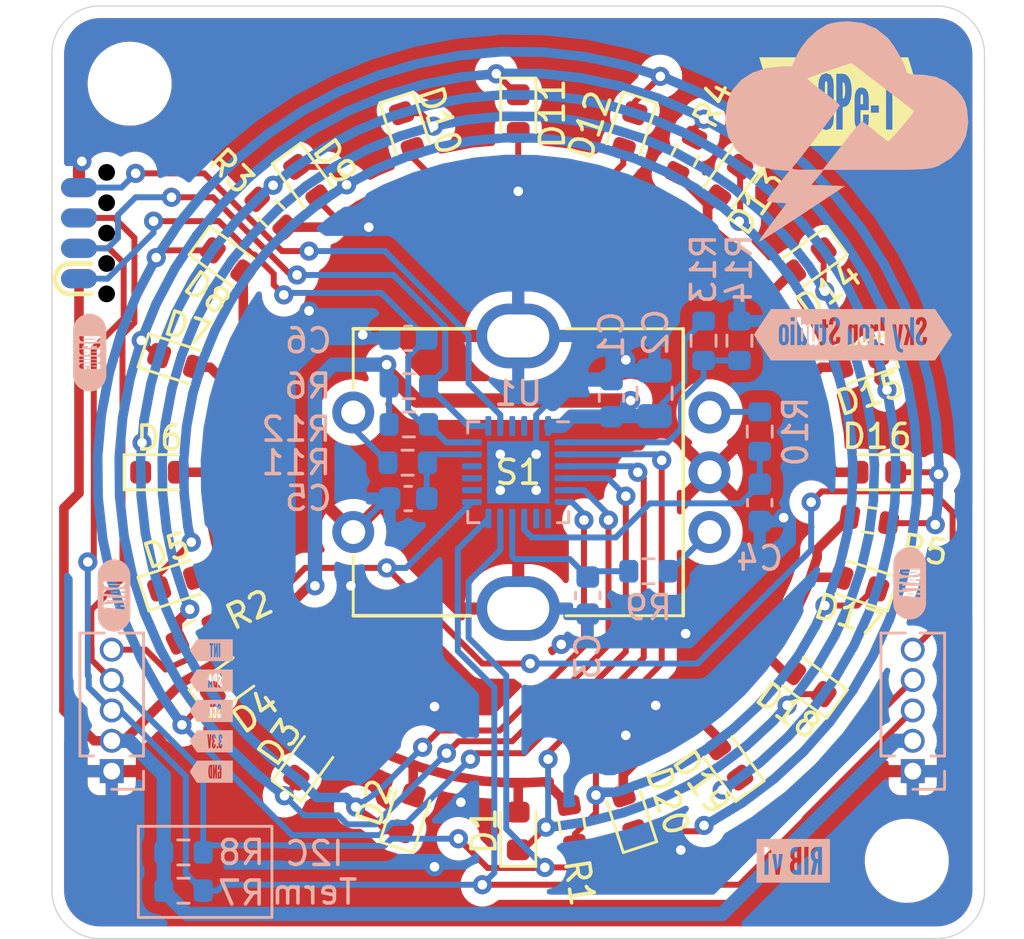
<source format=kicad_pcb>
(kicad_pcb (version 20211014) (generator pcbnew)
  (layers (0 "F.Cu" signal) (1 "In1.Cu" signal) (2 "In2.Cu" signal) (31 "B.Cu" signal) (34 "B.Paste" user) (35 "F.Paste" user) (36 "B.SilkS" user "B.Silkscreen") (37 "F.SilkS" user "F.Silkscreen") (38 "B.Mask" user) (39 "F.Mask" user) (44 "Edge.Cuts" user))
  (net 0 "")
  (net 1 "/B_Col")
  (net 2 "/C_Col")
  (net 3 "A")
  (net 4 "B")
  (net 5 "C")
  (net 6 "/D_Col")
  (net 7 "GND")
  (net 8 "+3.3V")
  (net 9 "D")
  (net 10 "E")
  (net 11 "/E_Col")
  (net 12 "/A_Col")
  (net 15 "I2C_SDA")
  (net 16 "I2C_SCL")
  (net 17 "SWDIO")
  (net 18 "INT")
  (net 24 "ADDR_SET")
  (net 25 "ENC_B")
  (net 26 "ENC_A")
  (net 27 "ENC_SW")
  (net 28 "SWCLK")
  (net 29 "~{RESET}")
  (net 31 "ENC_A_RAW")
  (net 32 "ENC_B_RAW")
  (net 33 "ENC_SW_RAW")
  (footprint "LED_SMD:LED_0603_1608Metric" (layer "F.Cu") (at 154.635254 85.734152 -108)
    (fp_text reference "D12")
    (fp_text value "LED")
  )
  (footprint "LED_SMD:LED_0603_1608Metric" (layer "F.Cu") (at 150 115 90)
    (fp_text reference "D1")
    (fp_text value "LED")
  )
  (footprint "LED_SMD:LED_0603_1608Metric" (layer "F.Cu") (at 150 85 -90)
    (fp_text reference "D11")
    (fp_text value "LED")
  )
  (footprint "MountingHole:MountingHole_2.5mm" (layer "F.Cu") (at 133.75 83.75)
    (fp_text reference "H1" hide)
    (fp_text value "MountingHole" hide)
  )
  (footprint "LED_SMD:LED_0603_1608Metric" (layer "F.Cu") (at 135.734152 95.364745 -18)
    (fp_text reference "D7")
    (fp_text value "LED")
  )
  (footprint "LED_SMD:LED_0603_1608Metric" (layer "F.Cu") (at 154.635254 114.265847 108)
    (fp_text reference "D20")
    (fp_text value "LED")
  )
  (footprint "LED_SMD:LED_0603_1608Metric" (layer "F.Cu") (at 162.135254 108.816778 144)
    (fp_text reference "D18")
    (fp_text value "LED")
  )
  (footprint "LED_SMD:LED_0603_1608Metric" (layer "F.Cu") (at 135.734152 104.635254 18)
    (fp_text reference "D5")
    (fp_text value "LED")
  )
  (footprint "LED_SMD:LED_0603_1608Metric" (layer "F.Cu") (at 164.265847 104.635254 162)
    (fp_text reference "D17")
    (fp_text value "LED")
  )
  (footprint "LED_SMD:LED_0603_1608Metric" (layer "F.Cu") (at 158.816778 112.135254 126)
    (fp_text reference "D19")
    (fp_text value "LED")
  )
  (footprint "Resistor_SMD:R_0603_1608Metric" (layer "F.Cu") (at 136.497704 106.75 25)
    (fp_text reference "R2")
    (fp_text value "R_Small")
  )
  (footprint "LED_SMD:LED_0603_1608Metric" (layer "F.Cu") (at 141.183221 87.864745 -54)
    (fp_text reference "D9")
    (fp_text value "LED")
  )
  (footprint "Resistor_SMD:R_0603_1608Metric" (layer "F.Cu") (at 152.25 114.75 99)
    (fp_text reference "R1")
    (fp_text value "R_Small")
  )
  (footprint "LED_SMD:LED_0603_1608Metric" (layer "F.Cu") (at 164.265847 95.364745 -162)
    (fp_text reference "D15")
    (fp_text value "LED")
  )
  (footprint "BVH_SOICbite:SOICbite_renumbered" (layer "F.Cu") (at 130.5 90 -90)
    (fp_text reference "J3" hide)
    (fp_text value "SOICbite-SWD")
  )
  (footprint "kibuzzard-639219D7" (layer "F.Cu") (at 163.75 84.5)
    (fp_text reference "kibuzzard-639219D7" hide)
    (fp_text value "G***" hide)
  )
  (footprint "LED_SMD:LED_0603_1608Metric" (layer "F.Cu") (at 137.864745 91.183221 -36)
    (fp_text reference "D8")
    (fp_text value "LED")
  )
  (footprint "Resistor_SMD:R_0603_1608Metric" (layer "F.Cu") (at 164.675 102 171)
    (fp_text reference "R5")
    (fp_text value "R_Small")
  )
  (footprint "LED_SMD:LED_0603_1608Metric" (layer "F.Cu") (at 135 100)
    (fp_text reference "D6")
    (fp_text value "LED")
  )
  (footprint "LED_SMD:LED_0603_1608Metric" (layer "F.Cu") (at 145.364745 114.265847 72)
    (fp_text reference "D2")
    (fp_text value "LED")
  )
  (footprint "LED_SMD:LED_0603_1608Metric" (layer "F.Cu") (at 162.135254 91.183221 -144)
    (fp_text reference "D14")
    (fp_text value "LED")
  )
  (footprint "BVH_Logos:SkyIron_logo_Back" (layer "F.Cu") (at 163.074279 85.741727)
    (fp_text reference "LOGO101" hide)
    (fp_text value "SkyIronLogo-Back" hide)
  )
  (footprint "Resistor_SMD:R_0603_1608Metric" (layer "F.Cu") (at 157 86.75 -117)
    (fp_text reference "R4")
    (fp_text value "R_Small")
  )
  (footprint "LED_SMD:LED_0603_1608Metric" (layer "F.Cu") (at 141.183221 112.135254 54)
    (fp_text reference "D3")
    (fp_text value "LED")
  )
  (footprint "Resistor_SMD:R_0603_1608Metric" (layer "F.Cu") (at 139.666637 89.166637 -45)
    (fp_text reference "R3")
    (fp_text value "R_Small")
  )
  (footprint "MountingHole:MountingHole_2.5mm" (layer "F.Cu") (at 166.25 116.25)
    (fp_text reference "H2" hide)
    (fp_text value "MountingHole" hide)
  )
  (footprint "LED_SMD:LED_0603_1608Metric" (layer "F.Cu") (at 165 100 180)
    (fp_text reference "D16")
    (fp_text value "LED")
  )
  (footprint "LED_SMD:LED_0603_1608Metric" (layer "F.Cu") (at 137.864745 108.816778 36)
    (fp_text reference "D4")
    (fp_text value "LED")
  )
  (footprint "LED_SMD:LED_0603_1608Metric" (layer "F.Cu") (at 145.364745 85.734152 -72)
    (fp_text reference "D10")
    (fp_text value "LED")
  )
  (footprint "LED_SMD:LED_0603_1608Metric" (layer "F.Cu") (at 158.816778 87.864745 -126)
    (fp_text reference "D13")
    (fp_text value "LED")
  )
  (footprint "BVH_Switches:Rotary_Encoder_W_Switch" (layer "F.Cu") (at 150 100)
    (fp_text reference "S1")
    (fp_text value "ROTARY_ENCODER_W_SPST")
  )
  (footprint "kibuzzard-63921CE0" (layer "B.Cu") (at 137.16 111.252 180)
    (fp_text reference "kibuzzard-63921CE0" hide)
    (fp_text value "G***" hide)
  )
  (footprint "Resistor_SMD:R_0603_1608Metric" (layer "B.Cu") (at 145.425 98)
    (fp_text reference "R12")
    (fp_text value "10k")
  )
  (footprint "Resistor_SMD:R_0603_1608Metric" (layer "B.Cu") (at 159.25 94.5 90)
    (fp_text reference "R14")
    (fp_text value "?")
  )
  (footprint "kibuzzard-63921B01" (layer "B.Cu") (at 164 94.25 180)
    (fp_text reference "kibuzzard-63921B01" hide)
    (fp_text value "G***" hide)
  )
  (footprint "kibuzzard-63921DF1" (layer "B.Cu") (at 166.37 104.648 -90)
    (fp_text reference "kibuzzard-63921DF1" hide)
    (fp_text value "G***" hide)
  )
  (footprint "Capacitor_SMD:C_0603_1608Metric" (layer "B.Cu") (at 160.1 101.275 -90)
    (fp_text reference "C4")
    (fp_text value "0.1uF")
  )
  (footprint "Resistor_SMD:R_0603_1608Metric" (layer "B.Cu") (at 160.1 98.3 -90)
    (fp_text reference "R10")
    (fp_text value "1k")
  )
  (footprint "kibuzzard-63921CC8" (layer "B.Cu") (at 137.16 112.522 180)
    (fp_text reference "kibuzzard-63921CC8" hide)
    (fp_text value "G***" hide)
  )
  (footprint "Package_DFN_QFN:QFN-24-1EP_4x4mm_P0.5mm_EP2.6x2.6mm" (layer "B.Cu") (at 150 100 180)
    (fp_text reference "U1")
    (fp_text value "ATSAMD10D13A-M")
  )
  (footprint "kibuzzard-63921D08" (layer "B.Cu") (at 137.16 107.442 180)
    (fp_text reference "kibuzzard-63921D08" hide)
    (fp_text value "G***" hide)
  )
  (footprint "kibuzzard-63921CFB" (layer "B.Cu") (at 137.16 108.712 180)
    (fp_text reference "kibuzzard-63921CFB" hide)
    (fp_text value "G***" hide)
  )
  (footprint "kibuzzard-63921DF1" (layer "B.Cu") (at 133.096 105.156 -90)
    (fp_text reference "kibuzzard-63921DF1" hide)
    (fp_text value "G***" hide)
  )
  (footprint "Capacitor_SMD:C_0603_1608Metric" (layer "B.Cu") (at 145.4 94.4 180)
    (fp_text reference "C6")
    (fp_text value "0.1uF")
  )
  (footprint "Resistor_SMD:R_0603_1608Metric" (layer "B.Cu") (at 136 117.5)
    (fp_text reference "R7")
    (fp_text value "2k2")
  )
  (footprint "Connector_PinSocket_1.27mm:PinSocket_1x05_P1.27mm_Vertical" (layer "B.Cu") (at 133 112.5)
    (fp_text reference "J4" hide)
    (fp_text value "Conn_01x05")
  )
  (footprint "Capacitor_SMD:C_0603_1608Metric" (layer "B.Cu") (at 152.908 105.156 -90)
    (fp_text reference "C3")
    (fp_text value "0.1uF")
  )
  (footprint "kibuzzard-63921CF0" (layer "B.Cu") (at 137.16 109.982 180)
    (fp_text reference "kibuzzard-63921CF0" hide)
    (fp_text value "G***" hide)
  )
  (footprint "kibuzzard-63921BF7" (layer "B.Cu") (at 161.5 116.25 180)
    (fp_text reference "kibuzzard-63921BF7" hide)
    (fp_text value "G***" hide)
  )
  (footprint "Connector_PinSocket_1.27mm:PinSocket_1x05_P1.27mm_Vertical" (layer "B.Cu") (at 166.5 112.5)
    (fp_text reference "J1" hide)
    (fp_text value "Conn_01x05")
  )
  (footprint "Resistor_SMD:R_0603_1608Metric" (layer "B.Cu") (at 145.375 99.6)
    (fp_text reference "R11")
    (fp_text value "1k")
  )
  (footprint "Resistor_SMD:R_0603_1608Metric" (layer "B.Cu") (at 145.425 96.4)
    (fp_text reference "R6")
    (fp_text value "1k")
  )
  (footprint "Resistor_SMD:R_0603_1608Metric" (layer "B.Cu") (at 155.448 104.14 180)
    (fp_text reference "R9")
    (fp_text value "1k")
  )
  (footprint "Capacitor_SMD:C_0603_1608Metric" (layer "B.Cu") (at 153.9 96.9 90)
    (fp_text reference "C1")
    (fp_text value "0.1uF")
  )
  (footprint "Resistor_SMD:R_0603_1608Metric" (layer "B.Cu") (at 157.75 94.5 -90)
    (fp_text reference "R13")
    (fp_text value "?")
  )
  (footprint "kibuzzard-63921E31" (layer "B.Cu") (at 132.08 94.996 -90)
    (fp_text reference "kibuzzard-63921E31" hide)
    (fp_text value "G***" hide)
  )
  (footprint "Capacitor_SMD:C_0603_1608Metric" (layer "B.Cu") (at 145.4 101.1 180)
    (fp_text reference "C5")
    (fp_text value "0.1uF")
  )
  (footprint "Resistor_SMD:R_0603_1608Metric" (layer "B.Cu") (at 136 115.9)
    (fp_text reference "R8")
    (fp_text value "2k2")
  )
  (footprint "Capacitor_SMD:C_0805_2012Metric" (layer "B.Cu") (at 155.7 96.7 90)
    (fp_text reference "C2")
    (fp_text value "10uF")
  )
  (gr_rect (start 139.7 114.808) (end 134.112 118.618) (layer "B.SilkS") (width 0.12) (fill none))
  (gr_arc (start 167.5 80.5) (mid 168.914214 81.085786) (end 169.5 82.5) (layer "Edge.Cuts") (width 0.05))
  (gr_line (start 130.5 117.5) (end 130.5 82.5) (layer "Edge.Cuts") (width 0.05))
  (gr_arc (start 130.5 82.5) (mid 131.085786 81.085786) (end 132.5 80.5) (layer "Edge.Cuts") (width 0.05))
  (gr_arc (start 132.5 119.5) (mid 131.085786 118.914214) (end 130.5 117.5) (layer "Edge.Cuts") (width 0.05))
  (gr_arc (start 169.5 117.5) (mid 168.914214 118.914214) (end 167.5 119.5) (layer "Edge.Cuts") (width 0.05))
  (gr_line (start 132.5 80.5) (end 167.5 80.5) (layer "Edge.Cuts") (width 0.05))
  (gr_line (start 167.5 119.5) (end 132.5 119.5) (layer "Edge.Cuts") (width 0.05))
  (gr_line (start 169.5 82.5) (end 169.5 117.5) (layer "Edge.Cuts") (width 0.05))
  (gr_text "I2C\nTerm" (at 141.478 116.75) (layer "B.SilkS") (effects (font (size 1 1)) (justify mirror)))
  (segment (start 137.832772 106.167228) (end 137.59866 106.40134) (width 0.4) (layer "F.Cu") (net 1))
  (segment locked (start 137.108096 95.608096) (end 137.610313 96.110313) (width 0.4) (layer "F.Cu") (net 1))
  (segment locked (start 137.168062 102.083428) (end 137.024605 100.799021) (width 0.4) (layer "F.Cu") (net 1))
  (segment locked (start 137.01502 99.98498) (end 137.009389 99.506717) (width 0.4) (layer "F.Cu") (net 1))
  (segment locked (start 137.36301 96.94946) (end 137.610313 96.110313) (width 0.4) (layer "F.Cu") (net 1))
  (segment locked (start 137.608097 104.391903) (end 137.733082 104.266918) (width 0.4) (layer "F.Cu") (net 1))
  (segment locked (start 136.483109 95.608096) (end 137.108096 95.608096) (width 0.4) (layer "F.Cu") (net 1))
  (segment locked (start 137.832772 104.577977) (end 137.733082 104.266918) (width 0.4) (layer "F.Cu") (net 1))
  (segment (start 138.501846 93.979028) (end 138.490437 93.990437) (width 0.4) (layer "F.Cu") (net 1))
  (segment locked (start 135.7875 100) (end 137 100) (width 0.4) (layer "F.Cu") (net 1))
  (segment locked (start 137.122563 98.219289) (end 137.36301 96.94946) (width 0.4) (layer "F.Cu") (net 1))
  (segment (start 137.832772 104.577977) (end 137.832772 106.167228) (width 0.4) (layer "F.Cu") (net 1))
  (segment locked (start 137.610313 96.110313) (end 137.728353 95.70978) (width 0.4) (layer "F.Cu") (net 1))
  (segment locked (start 137.009389 99.506717) (end 137.122563 98.219289) (width 0.4) (layer "F.Cu") (net 1))
  (segment locked (start 137.733082 104.266918) (end 137.438341 103.347243) (width 0.4) (layer "F.Cu") (net 1))
  (segment locked (start 137.438341 103.347243) (end 137.168062 102.083428) (width 0.4) (layer "F.Cu") (net 1))
  (segment locked (start 137.024605 100.799021) (end 137.01502 99.98498) (width 0.4) (layer "F.Cu") (net 1))
  (segment locked (start 137 100) (end 137.01502 99.98498) (width 0.4) (layer "F.Cu") (net 1))
  (segment locked (start 136.483109 104.391903) (end 137.608097 104.391903) (width 0.4) (layer "F.Cu") (net 1))
  (segment locked (start 137.728353 95.70978) (end 138.21498 94.512502) (width 0.4) (layer "F.Cu") (net 1))
  (segment (start 138.501846 91.646102) (end 138.501846 93.979028) (width 0.4) (layer "F.Cu") (net 1))
  (segment (start 138.21498 94.512502) (end 138.490437 93.990437) (width 0.4) (layer "F.Cu") (net 1))
  (segment (start 137.59866 106.40134) (end 137.245408 106.40134) (width 0.4) (layer "F.Cu") (net 1))
  (segment locked (start 152.044314 87.161772) (end 153.308947 87.428199) (width 0.4) (layer "F.Cu") (net 2))
  (segment locked (start 145.608096 86.483109) (end 145.608096 86.858096) (width 0.25) (layer "F.Cu") (net 2))
  (segment (start 142.065324 89.75) (end 140.25 89.75) (width 0.4) (layer "F.Cu") (net 2))
  (segment locked (start 145.672403 87.741484) (end 146.303425 87.553425) (width 0.4) (layer "F.Cu") (net 2))
  (segment locked (start 150 85.7875) (end 150 87) (width 0.25) (layer "F.Cu") (net 2))
  (segment (start 142.260084 89.55524) (end 142.065324 89.75) (width 0.4) (layer "F.Cu") (net 2))
  (segment locked (start 154.391903 87.108097) (end 153.888127 87.611873) (width 0.25) (layer "F.Cu") (net 2))
  (segment locked (start 145.608096 86.858096) (end 146.303425 87.553425) (width 0.25) (layer "F.Cu") (net 2))
  (segment locked (start 142.437177 89.437177) (end 143.335415 88.838342) (width 0.4) (layer "F.Cu") (net 2))
  (segment locked (start 149.467132 87.010952) (end 149.984533 87.015467) (width 0.4) (layer "F.Cu") (net 2))
  (segment locked (start 143.335415 88.838342) (end 144.476614 88.231758) (width 0.4) (layer "F.Cu") (net 2))
  (segment locked (start 154.391903 86.483109) (end 154.391903 87.108097) (width 0.25) (layer "F.Cu") (net 2))
  (segment locked (start 142.260084 89.55524) (end 142.437177 89.437177) (width 0.4) (layer "F.Cu") (net 2))
  (segment locked (start 146.303425 87.553425) (end 146.910964 87.372365) (width 0.4) (layer "F.Cu") (net 2))
  (segment locked (start 150.759476 87.02223) (end 152.044314 87.161772) (width 0.4) (layer "F.Cu") (net 2))
  (segment locked (start 146.910964 87.372365) (end 148.180054 87.128049) (width 0.4) (layer "F.Cu") (net 2))
  (segment (start 141.646102 88.646102) (end 142.437177 89.437177) (width 0.25) (layer "F.Cu") (net 2))
  (segment (start 141.646102 88.501846) (end 141.646102 88.646102) (width 0.25) (layer "F.Cu") (net 2))
  (segment locked (start 153.308947 87.428199) (end 153.888127 87.611873) (width 0.4) (layer "F.Cu") (net 2))
  (segment locked (start 150 87) (end 149.984533 87.015467) (width 0.25) (layer "F.Cu") (net 2))
  (segment locked (start 149.984533 87.015467) (end 150.759476 87.02223) (width 0.4) (layer "F.Cu") (net 2))
  (segment locked (start 144.476614 88.231758) (end 145.672403 87.741484) (width 0.4) (layer "F.Cu") (net 2))
  (segment locked (start 148.180054 87.128049) (end 149.467132 87.010952) (width 0.4) (layer "F.Cu") (net 2))
  (segment locked (start 159.279659 87.227644) (end 159.279659 89.470341) (width 0.25) (layer "F.Cu") (net 3))
  (segment locked (start 140.72034 87.227644) (end 142.070646 87.227644) (width 0.25) (layer "F.Cu") (net 3))
  (segment (start 153.25 114.25) (end 153.25 113.5) (width 0.25) (layer "F.Cu") (net 3))
  (segment (start 156 108) (end 156 99.5) (width 0.25) (layer "F.Cu") (net 3))
  (segment locked (start 164.174727 105.575273) (end 162.825273 105.575273) (width 0.25) (layer "F.Cu") (net 3))
  (segment (start 153.25 113.5) (end 153.25 110.75) (width 0.25) (layer "F.Cu") (net 3))
  (segment locked (start 164.871395 104.878605) (end 164.174727 105.575273) (width 0.25) (layer "F.Cu") (net 3))
  (segment locked (start 142.070646 87.227644) (end 142.822754 87.979752) (width 0.25) (layer "F.Cu") (net 3))
  (segment locked (start 134.985195 104.264805) (end 136.326396 102.923604) (width 0.25) (layer "F.Cu") (net 3))
  (segment locked (start 159.279659 89.470341) (end 159.243935 89.506065) (width 0.25) (layer "F.Cu") (net 3))
  (segment (start 152.379058 115.120942) (end 153.25 114.25) (width 0.25) (layer "F.Cu") (net 3))
  (segment (start 153.25 110.75) (end 156 108) (width 0.25) (layer "F.Cu") (net 3))
  (segment locked (start 134.985195 104.878605) (end 134.985195 104.264805) (width 0.25) (layer "F.Cu") (net 3))
  (segment (start 152.379058 115.564843) (end 152.379058 115.120942) (width 0.25) (layer "F.Cu") (net 3))
  (via (at 153.25 113.5) (size 0.8) (drill 0.4) (layers "F.Cu" "B.Cu") (net 3))
  (via locked (at 142.822754 87.979752) (size 0.8) (drill 0.4) (layers "F.Cu" "B.Cu") (net 3))
  (via locked (at 136.326396 102.923604) (size 0.8) (drill 0.4) (layers "F.Cu" "B.Cu") (net 3))
  (via (at 156 99.5) (size 0.8) (drill 0.4) (layers "F.Cu" "B.Cu") (net 3))
  (via locked (at 162.825273 105.575273) (size 0.8) (drill 0.4) (layers "F.Cu" "B.Cu") (net 3))
  (via locked (at 159.243935 89.506065) (size 0.8) (drill 0.4) (layers "F.Cu" "B.Cu") (net 3))
  (segment locked (start 149.426142 86.011795) (end 150.817897 86.02394) (width 0.4) (layer "B.Cu") (net 3))
  (segment locked (start 163.664327 96.952814) (end 163.899364 98.324633) (width 0.4) (layer "B.Cu") (net 3))
  (segment locked (start 153.563482 86.461138) (end 154.890175 86.881868) (width 0.4) (layer "B.Cu") (net 3))
  (segment locked (start 155.423776 112.906658) (end 154.115443 113.381416) (width 0.4) (layer "B.Cu") (net 3))
  (segment locked (start 136.390934 96.714803) (end 136.78438 95.379763) (width 0.4) (layer "B.Cu") (net 3))
  (segment locked (start 163.015129 105.15806) (end 162.825273 105.575273) (width 0.4) (layer "B.Cu") (net 3))
  (segment locked (start 163.956356 101.104224) (end 163.777747 102.484525) (width 0.4) (layer "B.Cu") (net 3))
  (segment locked (start 160.555727 90.803489) (end 161.416706 91.897037) (width 0.4) (layer "B.Cu") (net 3))
  (segment locked (start 158.530332 88.898981) (end 159.243935 89.506065) (width 0.4) (layer "B.Cu") (net 3))
  (segment locked (start 144.051738 87.326508) (end 145.339511 86.798521) (width 0.4) (layer "B.Cu") (net 3))
  (segment locked (start 136.18099 102.243691) (end 136.026498 100.860484) (width 0.4) (layer "B.Cu") (net 3))
  (segment locked (start 162.825273 105.575273) (end 162.438658 106.424871) (width 0.4) (layer "B.Cu") (net 3))
  (segment locked (start 150.817897 86.02394) (end 152.201569 86.174216) (width 0.4) (layer "B.Cu") (net 3))
  (segment locked (start 152.201569 86.174216) (end 153.563482 86.461138) (width 0.4) (layer "B.Cu") (net 3))
  (segment locked (start 146.673346 86.401008) (end 148.040059 86.137899) (width 0.4) (layer "B.Cu") (net 3))
  (segment locked (start 154.890175 86.881868) (end 156.168537 87.43225) (width 0.4) (layer "B.Cu") (net 3))
  (segment locked (start 142.822754 87.979752) (end 144.051738 87.326508) (width 0.4) (layer "B.Cu") (net 3))
  (segment locked (start 145.339511 86.798521) (end 146.673346 86.401008) (width 0.4) (layer "B.Cu") (net 3))
  (segment locked (start 156.168537 87.43225) (end 157.385934 88.106843) (width 0.4) (layer "B.Cu") (net 3))
  (segment locked (start 157.867226 111.580411) (end 156.678504 112.304339) (width 0.4) (layer "B.Cu") (net 3))
  (segment locked (start 136.026498 100.860484) (end 136.010111 99.468772) (width 0.4) (layer "B.Cu") (net 3))
  (segment locked (start 140.589037 89.635012) (end 141.664705 88.751797) (width 0.4) (layer "B.Cu") (net 3))
  (segment locked (start 159.590423 89.800834) (end 160.555727 90.803489) (width 0.4) (layer "B.Cu") (net 3))
  (segment locked (start 163.899364 98.324633) (end 163.997029 99.71301) (width 0.4) (layer "B.Cu") (net 3))
  (segment locked (start 136.010111 99.468772) (end 136.131991 98.082311) (width 0.4) (layer "B.Cu") (net 3))
  (segment (start 154.115443 113.381416) (end 153.368584 113.381416) (width 0.4) (layer "B.Cu") (net 3))
  (segment locked (start 163.777747 102.484525) (end 163.462968 103.84027) (width 0.4) (layer "B.Cu") (net 3))
  (segment (start 153.368584 113.381416) (end 153.25 113.5) (width 0.4) (layer "B.Cu") (net 3))
  (segment locked (start 159.243935 89.506065) (end 159.590423 89.800834) (width 0.4) (layer "B.Cu") (net 3))
  (segment locked (start 139.606381 90.620667) (end 140.589037 89.635012) (width 0.4) (layer "B.Cu") (net 3))
  (segment locked (start 160.000425 109.797483) (end 158.978193 110.742031) (width 0.4) (layer "B.Cu") (net 3))
  (segment locked (start 137.30844 94.090387) (end 137.957936 92.859418) (width 0.4) (layer "B.Cu") (net 3))
  (segment locked (start 160.92382 108.756102) (end 160.000425 109.797483) (width 0.4) (layer "B.Cu") (net 3))
  (segment locked (start 161.416706 91.897037) (end 162.164849 93.070669) (width 0.4) (layer "B.Cu") (net 3))
  (segment locked (start 156.678504 112.304339) (end 155.423776 112.906658) (width 0.4) (layer "B.Cu") (net 3))
  (segment locked (start 163.997029 99.71301) (end 163.956356 101.104224) (width 0.4) (layer "B.Cu") (net 3))
  (segment (start 151.9375 99.25) (end 155.75 99.25) (width 0.25) (layer "B.Cu") (net 3))
  (segment locked (start 138.726448 91.699022) (end 139.606381 90.620667) (width 0.4) (layer "B.Cu") (net 3))
  (segment locked (start 162.792763 94.312786) (end 163.294241 95.611111) (width 0.4) (layer "B.Cu") (net 3))
  (segment locked (start 136.78438 95.379763) (end 137.30844 94.090387) (width 0.4) (layer "B.Cu") (net 3))
  (segment locked (start 163.294241 95.611111) (end 163.664327 96.952814) (width 0.4) (layer "B.Cu") (net 3))
  (segment locked (start 137.957936 92.859418) (end 138.726448 91.699022) (width 0.4) (layer "B.Cu") (net 3))
  (segment locked (start 162.164849 93.070669) (end 162.792763 94.312786) (width 0.4) (layer "B.Cu") (net 3))
  (segment locked (start 157.385934 88.106843) (end 158.530332 88.898981) (width 0.4) (layer "B.Cu") (net 3))
  (segment locked (start 136.131991 98.082311) (end 136.390934 96.714803) (width 0.4) (layer "B.Cu") (net 3))
  (segment locked (start 158.978193 110.742031) (end 157.867226 111.580411) (width 0.4) (layer "B.Cu") (net 3))
  (segment (start 155.75 99.25) (end 156 99.5) (width 0.25) (layer "B.Cu") (net 3))
  (segment locked (start 136.326396 102.923604) (end 136.18099 102.243691) (width 0.4) (layer "B.Cu") (net 3))
  (segment locked (start 161.73925 107.628183) (end 160.92382 108.756102) (width 0.4) (layer "B.Cu") (net 3))
  (segment locked (start 163.462968 103.84027) (end 163.015129 105.15806) (width 0.4) (layer "B.Cu") (net 3))
  (segment locked (start 148.040059 86.137899) (end 149.426142 86.011795) (width 0.4) (layer "B.Cu") (net 3))
  (segment locked (start 162.438658 106.424871) (end 161.73925 107.628183) (width 0.4) (layer "B.Cu") (net 3))
  (segment locked (start 141.664705 88.751797) (end 142.822754 87.979752) (width 0.4) (layer "B.Cu") (net 3))
  (segment (start 150.2125 115.7875) (end 151.157645 114.842355) (width 0.25) (layer "F.Cu") (net 4))
  (segment locked (start 162.772355 109.279659) (end 161.713867 109.279659) (width 0.25) (layer "F.Cu") (net 4))
  (segment locked (start 161.713867 109.279659) (end 161.246763 109.746763) (width 0.25) (layer "F.Cu") (net 4))
  (segment locked (start 145.917897 84.985195) (end 146.459489 85.526787) (width 0.25) (layer "F.Cu") (net 4))
  (segment (start 151.25 111.75) (end 155.25 107.75) (width 0.25) (layer "F.Cu") (net 4))
  (segment locked (start 162.772355 90.72034) (end 162.772355 92.379379) (width 0.25) (layer "F.Cu") (net 4))
  (segment locked (start 145.121394 84.985195) (end 145.917897 84.985195) (width 0.25) (layer "F.Cu") (net 4))
  (segment locked (start 135.75 107.09866) (end 135.75 106.25) (width 0.4) (layer "F.Cu") (net 4))
  (segment locked (start 162.772355 92.379379) (end 162.821488 92.428512) (width 0.25) (layer "F.Cu") (net 4))
  (segment (start 151.25 112) (end 151.25 111.75) (width 0.25) (layer "F.Cu") (net 4))
  (segment (start 155.25 107.75) (end 155.25 100.25) (width 0.25) (layer "F.Cu") (net 4))
  (segment (start 155.25 100.25) (end 155 100) (width 0.25) (layer "F.Cu") (net 4))
  (segment locked (start 135.75 106.25) (end 136.265922 105.734078) (width 0.4) (layer "F.Cu") (net 4))
  (via locked (at 161.246763 109.746763) (size 0.8) (drill 0.4) (layers "F.Cu" "B.Cu") (net 4))
  (via locked (at 146.459489 85.526787) (size 0.8) (drill 0.4) (layers "F.Cu" "B.Cu") (net 4))
  (via locked (at 136.265922 105.734078) (size 0.8) (drill 0.4) (layers "F.Cu" "B.Cu") (net 4))
  (via (at 151.157645 114.842355) (size 0.8) (drill 0.4) (layers "F.Cu" "B.Cu") (net 4))
  (via (at 155 100) (size 0.8) (drill 0.4) (layers "F.Cu" "B.Cu") (net 4))
  (via (at 151.25 112) (size 0.8) (drill 0.4) (layers "F.Cu" "B.Cu") (net 4))
  (via locked (at 162.821488 92.428512) (size 0.8) (drill 0.4) (layers "F.Cu" "B.Cu") (net 4))
  (segment locked (start 138.001719 91.165387) (end 138.938219 90.017709) (width 0.4) (layer "B.Cu") (net 4))
  (segment locked (start 164.792896 98.216931) (end 164.896839 99.694561) (width 0.4) (layer "B.Cu") (net 4))
  (segment locked (start 147.914062 85.246764) (end 149.389251 85.112552) (width 0.4) (layer "B.Cu") (net 4))
  (segment locked (start 136.492554 93.710483) (end 137.183803 92.40038) (width 0.4) (layer "B.Cu") (net 4))
  (segment locked (start 135.934803 95.082748) (end 136.492554 93.710483) (width 0.4) (layer "B.Cu") (net 4))
  (segment locked (start 135.11076 99.434622) (end 135.240475 97.959031) (width 0.4) (layer "B.Cu") (net 4))
  (segment locked (start 135.602406 103.836456) (end 135.292624 102.387929) (width 0.4) (layer "B.Cu") (net 4))
  (segment locked (start 137.183803 92.40038) (end 138.001719 91.165387) (width 0.4) (layer "B.Cu") (net 4))
  (segment locked (start 164.148871 95.328968) (end 164.542749 96.756923) (width 0.4) (layer "B.Cu") (net 4))
  (segment locked (start 162.821488 92.428512) (end 162.946876 92.625211) (width 0.4) (layer "B.Cu") (net 4))
  (segment (start 151.25 112) (end 151.25 114.75) (width 0.25) (layer "B.Cu") (net 4))
  (segment locked (start 152.343099 85.285415) (end 153.792563 85.590781) (width 0.4) (layer "B.Cu") (net 4))
  (segment locked (start 153.792563 85.590781) (end 155.204544 86.038559) (width 0.4) (layer "B.Cu") (net 4))
  (segment locked (start 162.493917 108.118566) (end 161.626066 109.318995) (width 0.4) (layer "B.Cu") (net 4))
  (segment locked (start 159.555363 111.43259) (end 158.372976 112.324867) (width 0.4) (layer "B.Cu") (net 4))
  (segment locked (start 149.389251 85.112552) (end 150.870477 85.125478) (width 0.4) (layer "B.Cu") (net 4))
  (segment locked (start 157.107837 113.095333) (end 155.772448 113.736373) (width 0.4) (layer "B.Cu") (net 4))
  (segment locked (start 163.238286 106.837899) (end 162.493917 108.118566) (width 0.4) (layer "B.Cu") (net 4))
  (segment (start 151.25 114.75) (end 151.157645 114.842355) (width 0.25) (layer "B.Cu") (net 4))
  (segment locked (start 145.039908 85.949854) (end 146.459489 85.526787) (width 0.4) (layer "B.Cu") (net 4))
  (segment locked (start 142.361359 87.207022) (end 143.66935 86.511783) (width 0.4) (layer "B.Cu") (net 4))
  (segment locked (start 135.1282 100.915801) (end 135.11076 99.434622) (width 0.4) (layer "B.Cu") (net 4))
  (segment locked (start 155.772448 113.736373) (end 154.380008 114.241651) (width 0.4) (layer "B.Cu") (net 4))
  (segment locked (start 143.66935 86.511783) (end 145.039908 85.949854) (width 0.4) (layer "B.Cu") (net 4))
  (segment locked (start 136.265922 105.734078) (end 136.054484 105.247066) (width 0.4) (layer "B.Cu") (net 4))
  (segment locked (start 164.542749 96.756923) (end 164.792896 98.216931) (width 0.4) (layer "B.Cu") (net 4))
  (segment locked (start 139.984046 88.96869) (end 141.128864 88.028698) (width 0.4) (layer "B.Cu") (net 4))
  (segment locked (start 160.20695 89.145173) (end 161.23431 90.212284) (width 0.4) (layer "B.Cu") (net 4))
  (segment locked (start 162.946876 92.625211) (end 163.615155 93.947179) (width 0.4) (layer "B.Cu") (net 4))
  (segment locked (start 155.204544 86.038559) (end 156.565087 86.624322) (width 0.4) (layer "B.Cu") (net 4))
  (segment locked (start 164.896839 99.694561) (end 164.853551 101.17521) (width 0.4) (layer "B.Cu") (net 4))
  (segment locked (start 135.292624 102.387929) (end 135.1282 100.915801) (width 0.4) (layer "B.Cu") (net 4))
  (segment locked (start 161.23431 90.212284) (end 162.150638 91.376131) (width 0.4) (layer "B.Cu") (net 4))
  (segment locked (start 160.64331 110.427321) (end 159.555363 111.43259) (width 0.4) (layer "B.Cu") (net 4))
  (segment locked (start 162.150638 91.376131) (end 162.821488 92.428512) (width 0.4) (layer "B.Cu") (net 4))
  (segment locked (start 158.372976 112.324867) (end 157.107837 113.095333) (width 0.4) (layer "B.Cu") (net 4))
  (segment locked (start 150.870477 85.125478) (end 152.343099 85.285415) (width 0.4) (layer "B.Cu") (net 4))
  (segment locked (start 135.240475 97.959031) (end 135.516064 96.503611) (width 0.4) (layer "B.Cu") (net 4))
  (segment locked (start 136.054484 105.247066) (end 135.602406 103.836456) (width 0.4) (layer "B.Cu") (net 4))
  (segment (start 155 100) (end 154.75 99.75) (width 0.25) (layer "B.Cu") (net 4))
  (segment locked (start 138.938219 90.017709) (end 139.984046 88.96869) (width 0.4) (layer "B.Cu") (net 4))
  (segment locked (start 163.615155 93.947179) (end 164.148871 95.328968) (width 0.4) (layer "B.Cu") (net 4))
  (segment locked (start 135.516064 96.503611) (end 135.934803 95.082748) (width 0.4) (layer "B.Cu") (net 4))
  (segment locked (start 164.66346 102.644244) (end 164.328445 104.087144) (width 0.4) (layer "B.Cu") (net 4))
  (segment locked (start 159.078711 88.185344) (end 160.20695 89.145173) (width 0.4) (layer "B.Cu") (net 4))
  (segment locked (start 146.459489 85.526787) (end 147.914062 85.246764) (width 0.4) (layer "B.Cu") (net 4))
  (segment locked (start 164.853551 101.17521) (end 164.66346 102.644244) (width 0.4) (layer "B.Cu") (net 4))
  (segment locked (start 164.328445 104.087144) (end 163.851817 105.48965) (width 0.4) (layer "B.Cu") (net 4))
  (segment locked (start 163.851817 105.48965) (end 163.238286 106.837899) (width 0.4) (layer "B.Cu") (net 4))
  (segment locked (start 161.246763 109.746763) (end 160.64331 110.427321) (width 0.4) (layer "B.Cu") (net 4))
  (segment locked (start 154.380008 114.241651) (end 152.944279 114.606174) (width 0.4) (layer "B.Cu") (net 4))
  (segment locked (start 141.128864 88.028698) (end 142.361359 87.207022) (width 0.4) (layer "B.Cu") (net 4))
  (segment locked (start 156.565087 86.624322) (end 157.860744 87.342283) (width 0.4) (layer "B.Cu") (net 4))
  (segment locked (start 152.944279 114.606174) (end 151.47945 114.826339) (width 0.4) (layer "B.Cu") (net 4))
  (segment (start 154.75 99.75) (end 151.9375 99.75) (width 0.25) (layer "B.Cu") (net 4))
  (segment locked (start 161.626066 109.318995) (end 161.246763 109.746763) (width 0.4) (layer "B.Cu") (net 4))
  (segment locked (start 157.860744 87.342283) (end 159.078711 88.185344) (width 0.4) (layer "B.Cu") (net 4))
  (segment locked (start 159.039753 112.772355) (end 158.531054 113.281054) (width 0.25) (layer "F.Cu") (net 5))
  (segment locked (start 165.014804 95.121394) (end 165.014804 96.154667) (width 0.25) (layer "F.Cu") (net 5))
  (segment locked (start 144.141768 114.641768) (end 144.108232 114.641768) (width 0.25) (layer "F.Cu") (net 5))
  (segment locked (start 144.108232 114.641768) (end 144.481268 115.014804) (width 0.25) (layer "F.Cu") (net 5))
  (segment locked (start 144.481268 115.014804) (end 145.121394 115.014804) (width 0.25) (layer "F.Cu") (net 5))
  (segment (start 152.75 102) (end 152.75 107.275306) (width 0.25) (layer "F.Cu") (net 5))
  (segment locked (start 143.2 114) (end 144.141768 114.641768) (width 0.25) (layer "F.Cu") (net 5))
  (segment (start 152.512653 107.512653) (end 152.75 107.275305) (width 0.25) (layer "F.Cu") (net 5))
  (segment locked (start 139.083274 88.583274) (end 139.164302 88.583274) (width 0.25) (layer "F.Cu") (net 5))
  (segment locked (start 146 111.5) (end 146.7 110.8) (width 0.25) (layer "F.Cu") (net 5))
  (segment locked (start 146.7 110.8) (end 149.225305 110.8) (width 0.25) (layer "F.Cu") (net 5))
  (segment locked (start 165.014804 96.154667) (end 165.42117 96.561033) (width 0.25) (layer "F.Cu") (net 5))
  (segment (start 152.75 107.275306) (end 152.512653 107.512653) (width 0.25) (layer "F.Cu") (net 5))
  (segment (start 149.225305 110.8) (end 152.512653 107.512653) (width 0.25) (layer "F.Cu") (net 5))
  (segment locked (start 139.164302 88.583274) (end 139.748788 87.998788) (width 0.25) (layer "F.Cu") (net 5))
  (segment locked (start 134.2125 100) (end 134.2125 98.821678) (width 0.25) (layer "F.Cu") (net 5))
  (segment locked (start 134.2125 98.821678) (end 134.267089 98.767089) (width 0.25) (layer "F.Cu") (net 5))
  (via locked (at 143.2 114) (size 0.8) (drill 0.4) (layers "F.Cu" "B.Cu") (net 5))
  (via (at 152.75 102) (size 0.8) (drill 0.4) (layers "F.Cu" "B.Cu") (net 5))
  (via locked (at 134.267089 98.767089) (size 0.8) (drill 0.4) (layers "F.Cu" "B.Cu") (net 5))
  (via locked (at 165.42117 96.561033) (size 0.8) (drill 0.4) (layers "F.Cu" "B.Cu") (net 5))
  (via locked (at 139.748788 87.998788) (size 0.8) (drill 0.4) (layers "F.Cu" "B.Cu") (net 5))
  (via locked (at 158.531054 113.281054) (size 0.8) (drill 0.4) (layers "F.Cu" "B.Cu") (net 5))
  (via locked (at 146 111.5) (size 0.8) (drill 0.4) (layers "F.Cu" "B.Cu") (net 5))
  (segment locked (start 134.641196 96.29242) (end 135.085228 94.785733) (width 0.4) (layer "B.Cu") (net 5))
  (segment locked (start 134.267089 98.767089) (end 134.348961 97.835751) (width 0.4) (layer "B.Cu") (net 5))
  (segment locked (start 144.162564 113.337436) (end 146 111.5) (width 0.25) (layer "B.Cu") (net 5))
  (segment locked (start 134.348961 97.835751) (end 134.641196 96.29242) (width 0.4) (layer "B.Cu") (net 5))
  (segment locked (start 138.522549 110.858504) (end 137.501102 109.665224) (width 0.4) (layer "B.Cu") (net 5))
  (segment locked (start 162.884569 90.855227) (end 163.728902 92.179754) (width 0.4) (layer "B.Cu") (net 5))
  (segment locked (start 146.245633 84.652566) (end 147.788066 84.355629) (width 0.4) (layer "B.Cu") (net 5))
  (segment locked (start 140.593024 87.305599) (end 141.899965 86.434292) (width 0.4) (layer "B.Cu") (net 5))
  (segment (start 151.9375 101.25) (end 152.25 101.25) (width 0.25) (layer "B.Cu") (net 5))
  (segment locked (start 141.899965 86.434292) (end 143.286962 85.697059) (width 0.4) (layer "B.Cu") (net 5))
  (segment locked (start 138.467104 89.217104) (end 139.379056 88.30237) (width 0.4) (layer "B.Cu") (net 5))
  (segment locked (start 161.912893 89.62108) (end 162.884569 90.855227) (width 0.4) (layer "B.Cu") (net 5))
  (segment locked (start 163.728902 92.179754) (end 164.437547 93.581572) (width 0.4) (layer "B.Cu") (net 5))
  (segment locked (start 164.037914 107.250926) (end 163.248583 108.608949) (width 0.4) (layer "B.Cu") (net 5))
  (segment locked (start 154.021644 84.720426) (end 155.518912 85.195251) (width 0.4) (layer "B.Cu") (net 5))
  (segment locked (start 165.750745 101.246196) (end 165.549172 102.803964) (width 0.4) (layer "B.Cu") (net 5))
  (segment locked (start 134.732753 104.068188) (end 134.404259 102.532166) (width 0.4) (layer "B.Cu") (net 5))
  (segment locked (start 158.335554 86.577723) (end 159.62709 87.471707) (width 0.4) (layer "B.Cu") (net 5))
  (segment locked (start 138.270058 89.414752) (end 138.467104 89.217104) (width 0.4) (layer "B.Cu") (net 5))
  (segment locked (start 135.837677 107.004826) (end 135.212138 105.564003) (width 0.4) (layer "B.Cu") (net 5))
  (segment locked (start 137.276991 90.631753) (end 138.270058 89.414752) (width 0.4) (layer "B.Cu") (net 5))
  (segment locked (start 139.657432 111.944466) (end 138.522549 110.858504) (width 0.4) (layer "B.Cu") (net 5))
  (segment locked (start 162.328311 109.881888) (end 161.286195 111.05716) (width 0.4) (layer "B.Cu") (net 5))
  (segment locked (start 135.085228 94.785733) (end 135.676668 93.33058) (width 0.4) (layer "B.Cu") (net 5))
  (segment (start 152.25 101.25) (end 152.75 101.75) (width 0.25) (layer "B.Cu") (net 5))
  (segment locked (start 147.788066 84.355629) (end 149.35236 84.21331) (width 0.4) (layer "B.Cu") (net 5))
  (segment locked (start 143.2 114) (end 144.162564 113.337436) (width 0.25) (layer "B.Cu") (net 5))
  (segment locked (start 144.740306 85.101187) (end 146.245633 84.652566) (width 0.4) (layer "B.Cu") (net 5))
  (segment locked (start 136.40967 91.941343) (end 137.276991 90.631753) (width 0.4) (layer "B.Cu") (net 5))
  (segment locked (start 136.603187 108.376419) (end 135.837677 107.004826) (width 0.4) (layer "B.Cu") (net 5))
  (segment locked (start 152.484628 84.396615) (end 154.021644 84.720426) (width 0.4) (layer "B.Cu") (net 5))
  (segment locked (start 139.748788 87.998788) (end 140.593024 87.305599) (width 0.4) (layer "B.Cu") (net 5))
  (segment locked (start 165.42117 96.561033) (end 165.686426 98.109229) (width 0.4) (layer "B.Cu") (net 5))
  (segment locked (start 158.878727 113.069322) (end 158.531054 113.281054) (width 0.4) (layer "B.Cu") (net 5))
  (segment locked (start 135.212138 105.564003) (end 134.732753 104.068188) (width 0.4) (layer "B.Cu") (net 5))
  (segment locked (start 143.286962 85.697059) (end 144.740306 85.101187) (width 0.4) (layer "B.Cu") (net 5))
  (segment locked (start 165.193922 104.334019) (end 164.688504 105.821239) (width 0.4) (layer "B.Cu") (net 5))
  (segment locked (start 160.823477 88.489512) (end 161.912893 89.62108) (width 0.4) (layer "B.Cu") (net 5))
  (segment locked (start 150.923056 84.227018) (end 152.484628 84.396615) (width 0.4) (layer "B.Cu") (net 5))
  (segment locked (start 159.62709 87.471707) (end 160.823477 88.489512) (width 0.4) (layer "B.Cu") (net 5))
  (segment locked (start 165.549172 102.803964) (end 165.193922 104.334019) (width 0.4) (layer "B.Cu") (net 5))
  (segment locked (start 134.21141 99.400472) (end 134.267089 98.767089) (width 0.4) (layer "B.Cu") (net 5))
  (segment locked (start 165.686426 98.109229) (end 165.796647 99.676112) (width 0.4) (layer "B.Cu") (net 5))
  (segment locked (start 135.676668 93.33058) (end 136.40967 91.941343) (width 0.4) (layer "B.Cu") (net 5))
  (segment locked (start 161.286195 111.05716) (end 160.132532 112.12315) (width 0.4) (layer "B.Cu") (net 5))
  (segment locked (start 165.003501 95.046825) (end 165.42117 96.561033) (width 0.4) (layer "B.Cu") (net 5))
  (segment (start 152.75 101.75) (end 152.75 102) (width 0.25) (layer "B.Cu") (net 5))
  (segment locked (start 156.961636 85.816396) (end 158.335554 86.577723) (width 0.4) (layer "B.Cu") (net 5))
  (segment locked (start 160.132532 112.12315) (end 158.878727 113.069322) (width 0.4) (layer "B.Cu") (net 5))
  (segment (start 141.582158 113.6) (end 142.8 113.6) (width 0.4) (layer "B.Cu") (net 5))
  (segment locked (start 134.229904 100.971118) (end 134.21141 99.400472) (width 0.4) (layer "B.Cu") (net 5))
  (segment locked (start 140.894534 112.912376) (end 139.657432 111.944466) (width 0.4) (layer "B.Cu") (net 5))
  (segment locked (start 139.379056 88.30237) (end 139.748788 87.998788) (width 0.4) (layer "B.Cu") (net 5))
  (segment locked (start 134.404259 102.532166) (end 134.229904 100.971118) (width 0.4) (layer "B.Cu") (net 5))
  (segment locked (start 164.437547 93.581572) (end 165.003501 95.046825) (width 0.4) (layer "B.Cu") (net 5))
  (segment (start 142.8 113.6) (end 143.2 114) (width 0.4) (layer "B.Cu") (net 5))
  (segment locked (start 155.518912 85.195251) (end 156.961636 85.816396) (width 0.4) (layer "B.Cu") (net 5))
  (segment locked (start 165.796647 99.676112) (end 165.750745 101.246196) (width 0.4) (layer "B.Cu") (net 5))
  (segment locked (start 149.35236 84.21331) (end 150.923056 84.227018) (width 0.4) (layer "B.Cu") (net 5))
  (segment locked (start 137.501102 109.665224) (end 136.603187 108.376419) (width 0.4) (layer "B.Cu") (net 5))
  (segment locked (start 164.688504 105.821239) (end 164.037914 107.250926) (width 0.4) (layer "B.Cu") (net 5))
  (segment locked (start 163.248583 108.608949) (end 162.328311 109.881888) (width 0.4) (layer "B.Cu") (net 5))
  (segment (start 140.894534 112.912376) (end 141.582158 113.6) (width 0.4) (layer "B.Cu") (net 5))
  (segment locked (start 157.921023 88.780645) (end 156.625458 87.48508) (width 0.4) (layer "F.Cu") (net 6))
  (segment locked (start 164.2125 100) (end 163.263731 100) (width 0.4) (layer "F.Cu") (net 6))
  (segment locked (start 157.921023 89.691911) (end 158.905392 90.529346) (width 0.4) (layer "F.Cu") (net 6))
  (segment locked (start 163.51689 95.608096) (end 162.661159 95.608096) (width 0.4) (layer "F.Cu") (net 6))
  (segment locked (start 158.905392 90.529346) (end 159.801747 91.460383) (width 0.4) (layer "F.Cu") (net 6))
  (segment locked (start 160.601227 92.47582) (end 161.295931 93.565621) (width 0.4) (layer "F.Cu") (net 6))
  (segment locked (start 161.430945 91.646102) (end 160.601227 92.47582) (width 0.4) (layer "F.Cu") (net 6))
  (segment locked (start 161.878994 94.719015) (end 162.344652 95.924603) (width 0.4) (layer "F.Cu") (net 6))
  (segment locked (start 162.906552 98.444302) (end 162.997241 99.73351) (width 0.4) (layer "F.Cu") (net 6))
  (segment locked (start 162.661159 95.608096) (end 162.344652 95.924603) (width 0.4) (layer "F.Cu") (net 6))
  (segment locked (start 162.344652 95.924603) (end 162.688304 97.17047) (width 0.4) (layer "F.Cu") (net 6))
  (segment (start 157.921023 88.93472) (end 158.353897 88.501846) (width 0.4) (layer "F.Cu") (net 6))
  (segment locked (start 159.801747 91.460383) (end 160.601227 92.47582) (width 0.4) (layer "F.Cu") (net 6))
  (segment locked (start 163.263731 100) (end 162.997241 99.73351) (width 0.4) (layer "F.Cu") (net 6))
  (segment locked (start 161.295931 93.565621) (end 161.878994 94.719015) (width 0.4) (layer "F.Cu") (net 6))
  (segment locked (start 162.688304 97.17047) (end 162.906552 98.444302) (width 0.4) (layer "F.Cu") (net 6))
  (segment locked (start 157.921023 89.691911) (end 157.921023 88.780645) (width 0.4) (layer "F.Cu") (net 6))
  (segment (start 131.631 88.095) (end 131.631 87.119) (width 0.25) (layer "F.Cu") (net 7))
  (segment (start 131.631 87.119) (end 131.75 87) (width 0.25) (layer "F.Cu") (net 7))
  (via (at 141.25 93.25) (size 0.8) (drill 0.4) (layers "F.Cu" "B.Cu") (net 7))
  (via (at 150.75 99.25) (size 0.8) (drill 0.4) (layers "F.Cu" "B.Cu") (net 7))
  (via (at 143.5 94.25) (size 0.8) (drill 0.4) (layers "F.Cu" "B.Cu") (net 7))
  (via (at 151.8 107.2) (size 0.8) (drill 0.4) (layers "F.Cu" "B.Cu") (net 7))
  (via (at 161.1 101.9) (size 0.8) (drill 0.4) (layers "F.Cu" "B.Cu") (net 7))
  (via (at 157 106.75) (size 0.8) (drill 0.4) (layers "F.Cu" "B.Cu") (net 7))
  (via (at 154.5 111) (size 0.8) (drill 0.4) (layers "F.Cu" "B.Cu") (net 7))
  (via (at 149.25 99.25) (size 0.8) (drill 0.4) (layers "F.Cu" "B.Cu") (net 7))
  (via (at 147.6 113.8) (size 0.8) (drill 0.4) (layers "F.Cu" "B.Cu") (net 7))
  (via (at 146.5 109.8) (size 0.8) (drill 0.4) (layers "F.Cu" "B.Cu") (net 7))
  (via (at 143.75 89.75) (size 0.8) (drill 0.4) (layers "F.Cu" "B.Cu") (net 7))
  (via (at 150.75 100.75) (size 0.8) (drill 0.4) (layers "F.Cu" "B.Cu") (net 7))
  (via (at 154.5 95.3) (size 0.8) (drill 0.4) (layers "F.Cu" "B.Cu") (net 7))
  (via (at 143 104.75) (size 0.8) (drill 0.4) (layers "F.Cu" "B.Cu") (net 7))
  (via (at 156.8 115.8) (size 0.8) (drill 0.4) (layers "F.Cu" "B.Cu") (net 7))
  (via (at 131.75 87) (size 0.8) (drill 0.4) (layers "F.Cu" "B.Cu") (net 7))
  (via (at 155.75 109.75) (size 0.8) (drill 0.4) (layers "F.Cu" "B.Cu") (net 7))
  (via (at 146.5 116.5) (size 0.8) (drill 0.4) (layers "F.Cu" "B.Cu") (net 7))
  (via (at 149.25 100.75) (size 0.8) (drill 0.4) (layers "F.Cu" "B.Cu") (net 7))
  (via (at 150 88.25) (size 0.8) (drill 0.4) (layers "F.Cu" "B.Cu") (net 7))
  (segment (start 144.625 94.4) (end 143.65 94.4) (width 0.25) (layer "B.Cu") (net 7))
  (segment (start 154.75 95.75) (end 154.275 95.75) (width 0.6) (layer "B.Cu") (net 7))
  (segment (start 154.275 95.75) (end 153.9 96.125) (width 0.6) (layer "B.Cu") (net 7))
  (segment (start 144.5 101.1) (end 143.1 102.5) (width 0.25) (layer "B.Cu") (net 7))
  (segment (start 150.75 98.0625) (end 150.75 97.601992) (width 0.25) (layer "B.Cu") (net 7))
  (segment (start 143.65 94.4) (end 143.5 94.25) (width 0.25) (layer "B.Cu") (net 7))
  (segment (start 152.462676 96.125) (end 151.437176 97.1505) (width 0.6) (layer "B.Cu") (net 7))
  (segment (start 151.201492 97.1505) (end 151.437176 97.1505) (width 0.25) (layer "B.Cu") (net 7))
  (segment (start 160.1 102.05) (end 160.95 102.05) (width 0.25) (layer "B.Cu") (net 7))
  (segment (start 160.95 102.05) (end 161.1 101.9) (width 0.25) (layer "B.Cu") (net 7))
  (segment (start 144.625 101.1) (end 144.5 101.1) (width 0.25) (layer "B.Cu") (net 7))
  (segment (start 154.5 95.5) (end 154.5 95.3) (width 0.6) (layer "B.Cu") (net 7))
  (segment (start 150.75 97.601992) (end 151.201492 97.1505) (width 0.25) (layer "B.Cu") (net 7))
  (segment (start 150.75 98.0625) (end 150.75 99.25) (width 0.25) (layer "B.Cu") (net 7))
  (segment (start 150.75 99.25) (end 150 100) (width 0.25) (layer "B.Cu") (net 7))
  (segment (start 153.9 96.125) (end 152.462676 96.125) (width 0.6) (layer "B.Cu") (net 7))
  (segment (start 154.75 95.75) (end 154.5 95.5) (width 0.6) (layer "B.Cu") (net 7))
  (segment (start 155.7 95.75) (end 154.75 95.75) (width 0.6) (layer "B.Cu") (net 7))
  (segment (start 131.631 100.869) (end 131 101.5) (width 0.4) (layer "F.Cu") (net 8))
  (segment (start 139 107) (end 141.25 104.75) (width 0.4) (layer "F.Cu") (net 8))
  (segment (start 133.502793 111.23) (end 135.851852 108.880941) (width 0.4) (layer "F.Cu") (net 8))
  (segment (start 135.851852 108.851852) (end 139 107) (width 0.4) (layer "F.Cu") (net 8))
  (segment (start 154.7 97) (end 145.75 97) (width 0.6) (layer "F.Cu") (net 8))
  (segment (start 145.75 97) (end 144.5 95.75) (width 0.6) (layer "F.Cu") (net 8))
  (segment (start 131.631 91.905) (end 131.631 100.869) (width 0.4) (layer "F.Cu") (net 8))
  (segment (start 135.851852 108.880941) (end 135.851852 108.851852) (width 0.4) (layer "F.Cu") (net 8))
  (segment (start 144.5 95.75) (end 144.5 95.5) (width 0.6) (layer "F.Cu") (net 8))
  (segment (start 141.25 104.75) (end 141.5 104.75) (width 0.4) (layer "F.Cu") (net 8))
  (segment (start 133 111.23) (end 133.502793 111.23) (width 0.4) (layer "F.Cu") (net 8))
  (segment (start 131 109.962106) (end 132.267894 111.23) (width 0.4) (layer "F.Cu") (net 8))
  (segment (start 131 101.5) (end 131 109.962106) (width 0.4) (layer "F.Cu") (net 8))
  (segment (start 132.267894 111.23) (end 133 111.23) (width 0.4) (layer "F.Cu") (net 8))
  (via (at 141.5 104.75) (size 0.8) (drill 0.4) (layers "F.Cu" "B.Cu") (net 8))
  (via (at 154.7 97) (size 0.8) (drill 0.4) (layers "F.Cu" "B.Cu") (net 8))
  (via (at 144.5 95.5) (size 0.8) (drill 0.4) (layers "F.Cu" "B.Cu") (net 8))
  (segment (start 135.175 115.9) (end 135.175 112.675) (width 0.6) (layer "B.Cu") (net 8))
  (segment (start 154.55 97.65) (end 154.55 97.15) (width 0.6) (layer "B.Cu") (net 8))
  (segment (start 135.175 115.9) (end 135.175 117.5) (width 0.6) (layer "B.Cu") (net 8))
  (segment (start 165.77 111.23) (end 166.5 111.23) (width 0.6) (layer "B.Cu") (net 8))
  (segment (start 144.5 96.3) (end 144.6 96.4) (width 0.6) (layer "B.Cu") (net 8))
  (segment (start 154.55 97.65) (end 153.925 97.65) (width 0.6) (layer "B.Cu") (net 8))
  (segment (start 135.175 112.675) (end 133.73 111.23) (width 0.6) (layer "B.Cu") (net 8))
  (segment (start 155.7 97.65) (end 154.55 97.65) (width 0.6) (layer "B.Cu") (net 8))
  (segment (start 144.6 98) (end 144.6 96.4) (width 0.25) (layer "B.Cu") (net 8))
  (segment (start 152.225 97.675) (end 151.8375 98.0625) (width 0.6) (layer "B.Cu") (net 8))
  (segment (start 156.95 94.475) (end 156.95 96.217253) (width 0.25) (layer "B.Cu") (net 8))
  (segment (start 142.25 95.5) (end 141.5 96.25) (width 0.6) (layer "B.Cu") (net 8))
  (segment (start 157.75 93.675) (end 156.95 94.475) (width 0.25) (layer "B.Cu") (net 8))
  (segment (start 154.55 97.15) (end 154.7 97) (width 0.6) (layer "B.Cu") (net 8))
  (segment (start 156.95 96.217253) (end 155.7 97.467253) (width 0.25) (layer "B.Cu") (net 8))
  (segment (start 136.15 118.475) (end 158.525 118.475) (width 0.6) (layer "B.Cu") (net 8))
  (segment (start 153.9 97.675) (end 152.225 97.675) (width 0.6) (layer "B.Cu") (net 8))
  (segment (start 151.8375 98.0625) (end 151.3745 98.0625) (width 0.6) (layer "B.Cu") (net 8))
  (segment (start 141.5 96.25) (end 141.5 104.75) (width 0.6) (layer "B.Cu") (net 8))
  (segment (start 158.525 118.475) (end 165.77 111.23) (width 0.6) (layer "B.Cu") (net 8))
  (segment (start 135.175 117.5) (end 136.15 118.475) (width 0.6) (layer "B.Cu") (net 8))
  (segment (start 155.7 97.467253) (end 155.7 97.65) (width 0.25) (layer "B.Cu") (net 8))
  (segment (start 144.5 95.5) (end 142.25 95.5) (width 0.6) (layer "B.Cu") (net 8))
  (segment (start 133.73 111.23) (end 133 111.23) (width 0.6) (layer "B.Cu") (net 8))
  (segment (start 144.5 95.5) (end 144.5 96.3) (width 0.6) (layer "B.Cu") (net 8))
  (segment (start 153.925 97.65) (end 153.9 97.675) (width 0.6) (layer "B.Cu") (net 8))
  (segment locked (start 154.878605 115.014804) (end 157.527422 115.014804) (width 0.25) (layer "F.Cu") (net 9))
  (segment locked (start 149.9625 84.2125) (end 149.085034 83.335034) (width 0.25) (layer "F.Cu") (net 9))
  (segment locked (start 157.374542 85.625458) (end 157.76571 85.23429) (width 0.25) (layer "F.Cu") (net 9))
  (segment (start 153.7755 107.2245) (end 153.7755 102) (width 0.25) (layer "F.Cu") (net 9))
  (segment (start 147.5 111.25) (end 149.75 111.25) (width 0.25) (layer "F.Cu") (net 9))
  (segment locked (start 157.374542 86.01492) (end 157.374542 85.625458) (width 0.25) (layer "F.Cu") (net 9))
  (segment (start 140.72034 113.02966) (end 140.222278 113.527722) (width 0.25) (layer "F.Cu") (net 9))
  (segment locked (start 134.86833 95.121394) (end 134.235653 94.488717) (width 0.25) (layer "F.Cu") (net 9))
  (segment (start 149.75 111.25) (end 153.7755 107.2245) (width 0.25) (layer "F.Cu") (net 9))
  (segment (start 147 111.75) (end 147.5 111.25) (width 0.25) (layer "F.Cu") (net 9))
  (segment locked (start 157.527422 115.014804) (end 157.771113 114.771113) (width 0.25) (layer "F.Cu") (net 9))
  (via locked (at 157.76571 85.23429) (size 0.8) (drill 0.4) (layers "F.Cu" "B.Cu") (net 9))
  (via locked (at 149.085034 83.335034) (size 0.8) (drill 0.4) (layers "F.Cu" "B.Cu") (net 9))
  (via (at 153.7755 102) (size 0.8) (drill 0.4) (layers "F.Cu" "B.Cu") (net 9))
  (via locked (at 134.235653 94.488717) (size 0.8) (drill 0.4) (layers "F.Cu" "B.Cu") (net 9))
  (via (at 147 111.75) (size 0.8) (drill 0.4) (layers "F.Cu" "B.Cu") (net 9))
  (via locked (at 157.771113 114.771113) (size 0.8) (drill 0.4) (layers "F.Cu" "B.Cu") (net 9))
  (via (at 140.222278 113.527722) (size 0.8) (drill 0.4) (layers "F.Cu" "B.Cu") (net 9))
  (segment locked (start 147.66207 83.464494) (end 149.085034 83.335034) (width 0.4) (layer "B.Cu") (net 9))
  (segment (start 140.222278 113.527722) (end 141.042562 114.348006) (width 0.25) (layer "B.Cu") (net 9))
  (segment locked (start 133.515894 102.676403) (end 133.331607 101.026435) (width 0.4) (layer "B.Cu") (net 9))
  (segment locked (start 149.085034 83.335034) (end 149.31547 83.314069) (width 0.4) (layer "B.Cu") (net 9))
  (segment locked (start 162.591475 89.029876) (end 163.6185 90.334322) (width 0.4) (layer "B.Cu") (net 9))
  (segment locked (start 139.068298 112.624847) (end 137.868771 111.477026) (width 0.4) (layer "B.Cu") (net 9))
  (segment locked (start 152.626157 83.507815) (end 154.250725 83.850071) (width 0.4) (layer "B.Cu") (net 9))
  (segment (start 152.75 100.75) (end 153.7755 101.7755) (width 0.25) (layer "B.Cu") (net 9))
  (segment locked (start 166.647939 101.317182) (end 166.434884 102.963683) (width 0.4) (layer "B.Cu") (net 9))
  (segment locked (start 159.384477 113.813777) (end 157.966502 114.677319) (width 0.4) (layer "B.Cu") (net 9))
  (segment locked (start 166.434884 102.963683) (end 166.059398 104.580893) (width 0.4) (layer "B.Cu") (net 9))
  (segment locked (start 164.837542 107.663953) (end 164.003249 109.099333) (width 0.4) (layer "B.Cu") (net 9))
  (segment locked (start 133.31206 99.366321) (end 133.457446 97.712471) (width 0.4) (layer "B.Cu") (net 9))
  (segment locked (start 135.030962 107.403835) (end 134.369791 105.88094) (width 0.4) (layer "B.Cu") (net 9))
  (segment locked (start 165.858131 94.764683) (end 166.299591 96.365142) (width 0.4) (layer "B.Cu") (net 9))
  (segment locked (start 134.369791 105.88094) (end 133.863099 104.29992) (width 0.4) (layer "B.Cu") (net 9))
  (segment locked (start 166.299591 96.365142) (end 166.579956 98.001527) (width 0.4) (layer "B.Cu") (net 9))
  (segment locked (start 163.030557 110.44478) (end 161.929079 111.686998) (width 0.4) (layer "B.Cu") (net 9))
  (segment locked (start 166.696456 99.657663) (end 166.647939 101.317182) (width 0.4) (layer "B.Cu") (net 9))
  (segment locked (start 146.031777 83.778345) (end 147.66207 83.464494) (width 0.4) (layer "B.Cu") (net 9))
  (segment locked (start 144.440703 84.252521) (end 146.031777 83.778345) (width 0.4) (layer "B.Cu") (net 9))
  (segment (start 151.9375 100.75) (end 152.75 100.75) (width 0.25) (layer "B.Cu") (net 9))
  (segment locked (start 164.003249 109.099333) (end 163.030557 110.44478) (width 0.4) (layer "B.Cu") (net 9))
  (segment (start 141.042562 114.348006) (end 142.474989 114.348006) (width 0.25) (layer "B.Cu") (net 9))
  (segment locked (start 154.250725 83.850071) (end 155.833281 84.351942) (width 0.4) (layer "B.Cu") (net 9))
  (segment locked (start 135.635538 91.482306) (end 136.552263 90.098119) (width 0.4) (layer "B.Cu") (net 9))
  (segment locked (start 166.579956 98.001527) (end 166.696456 99.657663) (width 0.4) (layer "B.Cu") (net 9))
  (segment locked (start 155.833281 84.351942) (end 157.358184 85.008469) (width 0.4) (layer "B.Cu") (net 9))
  (segment locked (start 134.860782 92.950676) (end 135.635538 91.482306) (width 0.4) (layer "B.Cu") (net 9))
  (segment locked (start 149.31547 83.314069) (end 150.975635 83.328557) (width 0.4) (layer "B.Cu") (net 9))
  (segment locked (start 163.6185 90.334322) (end 164.510928 91.734297) (width 0.4) (layer "B.Cu") (net 9))
  (segment locked (start 140.375868 113.647891) (end 139.068298 112.624847) (width 0.4) (layer "B.Cu") (net 9))
  (segment locked (start 157.76571 85.23429) (end 158.810364 85.813163) (width 0.4) (layer "B.Cu") (net 9))
  (segment locked (start 142.904574 84.882334) (end 144.440703 84.252521) (width 0.4) (layer "B.Cu") (net 9))
  (segment locked (start 161.929079 111.686998) (end 160.709702 112.813709) (width 0.4) (layer "B.Cu") (net 9))
  (segment locked (start 161.440005 87.833852) (end 162.591475 89.029876) (width 0.4) (layer "B.Cu") (net 9))
  (segment locked (start 160.709702 112.813709) (end 159.384477 113.813777) (width 0.4) (layer "B.Cu") (net 9))
  (segment locked (start 137.868771 111.477026) (end 136.78914 110.215774) (width 0.4) (layer "B.Cu") (net 9))
  (segment locked (start 133.863099 104.29992) (end 133.515894 102.676403) (width 0.4) (layer "B.Cu") (net 9))
  (segment locked (start 158.810364 85.813163) (end 160.175468 86.75807) (width 0.4) (layer "B.Cu") (net 9))
  (segment (start 144.024989 114.725011) (end 147 111.75) (width 0.25) (layer "B.Cu") (net 9))
  (segment locked (start 137.601897 88.811795) (end 138.774065 87.636049) (width 0.4) (layer "B.Cu") (net 9))
  (segment locked (start 133.766328 96.081229) (end 134.235653 94.488717) (width 0.4) (layer "B.Cu") (net 9))
  (segment locked (start 157.358184 85.008469) (end 157.76571 85.23429) (width 0.4) (layer "B.Cu") (net 9))
  (segment locked (start 164.510928 91.734297) (end 165.259939 93.215965) (width 0.4) (layer "B.Cu") (net 9))
  (segment locked (start 136.78914 110.215774) (end 135.840077 108.853556) (width 0.4) (layer "B.Cu") (net 9))
  (segment locked (start 133.331607 101.026435) (end 133.31206 99.366321) (width 0.4) (layer "B.Cu") (net 9))
  (segment (start 142.851994 114.725011) (end 144.024989 114.725011) (width 0.25) (layer "B.Cu") (net 9))
  (segment locked (start 133.457446 97.712471) (end 133.766328 96.081229) (width 0.4) (layer "B.Cu") (net 9))
  (segment locked (start 135.840077 108.853556) (end 135.030962 107.403835) (width 0.4) (layer "B.Cu") (net 9))
  (segment locked (start 157.966502 114.677319) (end 157.771113 114.771113) (width 0.4) (layer "B.Cu") (net 9))
  (segment locked (start 160.175468 86.75807) (end 161.440005 87.833852) (width 0.4) (layer "B.Cu") (net 9))
  (segment locked (start 138.774065 87.636049) (end 140.057184 86.5825) (width 0.4) (layer "B.Cu") (net 9))
  (segment locked (start 140.057184 86.5825) (end 141.438571 85.661561) (width 0.4) (layer "B.Cu") (net 9))
  (segment locked (start 165.525191 106.152829) (end 164.837542 107.663953) (width 0.4) (layer "B.Cu") (net 9))
  (segment locked (start 141.438571 85.661561) (end 142.904574 84.882334) (width 0.4) (layer "B.Cu") (net 9))
  (segment locked (start 165.259939 93.215965) (end 165.858131 94.764683) (width 0.4) (layer "B.Cu") (net 9))
  (segment (start 153.7755 101.7755) (end 153.7755 102) (width 0.25) (layer "B.Cu") (net 9))
  (segment locked (start 166.059398 104.580893) (end 165.525191 106.152829) (width 0.4) (layer "B.Cu") (net 9))
  (segment locked (start 136.552263 90.098119) (end 137.601897 88.811795) (width 0.4) (layer "B.Cu") (net 9))
  (segment locked (start 134.235653 94.488717) (end 134.860782 92.950676) (width 0.4) (layer "B.Cu") (net 9))
  (segment (start 142.474989 114.348006) (end 142.851994 114.725011) (width 0.25) (layer "B.Cu") (net 9))
  (segment locked (start 150.975635 83.328557) (end 152.626157 83.507815) (width 0.4) (layer "B.Cu") (net 9))
  (segment (start 154.5 107.5) (end 154.5 101) (width 0.25) (layer "F.Cu") (net 10))
  (segment locked (start 137.227644 90.72034) (end 135.164333 90.72034) (width 0.25) (layer "F.Cu") (net 10))
  (segment locked (start 154.878605 84.509545) (end 155.944075 83.444075) (width 0.25) (layer "F.Cu") (net 10))
  (segment locked (start 165.489843 102.129058) (end 167.379058 102.129058) (width 0.25) (layer "F.Cu") (net 10))
  (segment locked (start 135.164333 90.72034) (end 134.861405 91.023268) (width 0.25) (layer "F.Cu") (net 10))
  (segment locked (start 137.220341 109.279659) (end 135.936128 110.563872) (width 0.25) (layer "F.Cu") (net 10))
  (segment locked (start 167.379058 102.129058) (end 167.44122 102.19122) (width 0.25) (layer "F.Cu") (net 10))
  (segment (start 148 112) (end 148.25 111.75) (width 0.25) (layer "F.Cu") (net 10))
  (segment (start 150.25 111.75) (end 154.5 107.5) (width 0.25) (layer "F.Cu") (net 10))
  (segment locked (start 165.7875 100) (end 167.5 100) (width 0.25) (layer "F.Cu") (net 10))
  (segment (start 148.25 111.75) (end 150.25 111.75) (width 0.25) (layer "F.Cu") (net 10))
  (segment locked (start 167.5 100) (end 167.583282 100.083282) (width 0.25) (layer "F.Cu") (net 10))
  (segment locked (start 154.878605 84.985195) (end 154.878605 84.509545) (width 0.25) (layer "F.Cu") (net 10))
  (via locked (at 134.861405 91.023268) (size 0.8) (drill 0.4) (layers "F.Cu" "B.Cu") (net 10))
  (via locked (at 167.44122 102.19122) (size 0.8) (drill 0.4) (layers "F.Cu" "B.Cu") (net 10))
  (via locked (at 148 112) (size 0.8) (drill 0.4) (layers "F.Cu" "B.Cu") (net 10))
  (via locked (at 135.936128 110.563872) (size 0.8) (drill 0.4) (layers "F.Cu" "B.Cu") (net 10))
  (via (at 154.5 101) (size 0.8) (drill 0.4) (layers "F.Cu" "B.Cu") (net 10))
  (via locked (at 155.944075 83.444075) (size 0.8) (drill 0.4) (layers "F.Cu" "B.Cu") (net 10))
  (via locked (at 167.583282 100.083282) (size 0.8) (drill 0.4) (layers "F.Cu" "B.Cu") (net 10))
  (segment locked (start 147.536074 82.573359) (end 149.278579 82.414827) (width 0.4) (layer "B.Cu") (net 10))
  (segment locked (start 136.933736 88.208838) (end 138.169075 86.969729) (width 0.4) (layer "B.Cu") (net 10))
  (segment locked (start 157.754733 84.200543) (end 159.285174 85.048603) (width 0.4) (layer "B.Cu") (net 10))
  (segment locked (start 134.044896 92.570772) (end 134.861405 91.023268) (width 0.4) (layer "B.Cu") (net 10))
  (segment locked (start 167.473487 97.893825) (end 167.596265 99.639213) (width 0.4) (layer "B.Cu") (net 10))
  (segment locked (start 132.565931 97.589191) (end 132.891459 95.870038) (width 0.4) (layer "B.Cu") (net 10))
  (segment locked (start 152.767687 82.619015) (end 154.479806 82.979715) (width 0.4) (layer "B.Cu") (net 10))
  (segment locked (start 142.522185 84.06761) (end 144.1411 83.403854) (width 0.4) (layer "B.Cu") (net 10))
  (segment locked (start 149.278579 82.414827) (end 151.028214 82.430096) (width 0.4) (layer "B.Cu") (net 10))
  (segment locked (start 167.178012 96.169252) (end 167.473487 97.893825) (width 0.4) (layer "B.Cu") (net 10))
  (segment locked (start 167.596265 99.639213) (end 167.583282 100.083282) (width 0.4) (layer "B.Cu") (net 10))
  (segment locked (start 159.285174 85.048603) (end 160.723847 86.044433) (width 0.4) (layer "B.Cu") (net 10))
  (segment locked (start 166.71276 94.48254) (end 167.178012 96.169252) (width 0.4) (layer "B.Cu") (net 10))
  (segment locked (start 134.861405 91.023268) (end 135.827535 89.564484) (width 0.4) (layer "B.Cu") (net 10))
  (segment locked (start 145.337586 114.662414) (end 144.72401 114.662414) (width 0.25) (layer "B.Cu") (net 10))
  (segment locked (start 167.583282 100.083282) (end 167.545133 101.388168) (width 0.4) (layer "B.Cu") (net 10))
  (segment locked (start 167.545133 101.388168) (end 167.44122 102.19122) (width 0.4) (layer "B.Cu") (net 10))
  (segment locked (start 132.41271 99.332171) (end 132.565931 97.589191) (width 0.4) (layer "B.Cu") (net 10))
  (segment locked (start 135.936128 110.563872) (end 135.076968 109.330694) (width 0.4) (layer "B.Cu") (net 10))
  (segment locked (start 144.211393 115.175031) (end 140.547287 115.175031) (width 0.25) (layer "B.Cu") (net 10))
  (segment locked (start 139.521344 85.859402) (end 140.977177 84.888831) (width 0.4) (layer "B.Cu") (net 10))
  (segment locked (start 132.433311 101.081752) (end 132.41271 99.332171) (width 0.4) (layer "B.Cu") (net 10))
  (segment locked (start 162.056532 87.178191) (end 163.270057 88.438672) (width 0.4) (layer "B.Cu") (net 10))
  (segment locked (start 133.527445 106.197876) (end 132.993446 104.531653) (width 0.4) (layer "B.Cu") (net 10))
  (segment locked (start 138.169075 86.969729) (end 139.521344 85.859402) (width 0.4) (layer "B.Cu") (net 10))
  (segment locked (start 156.147649 83.508634) (end 157.754733 84.200543) (width 0.4) (layer "B.Cu") (net 10))
  (segment locked (start 144.72401 114.662414) (end 144.211393 115.175031) (width 0.25) (layer "B.Cu") (net 10))
  (segment locked (start 132.627529 102.820641) (end 132.433311 101.081752) (width 0.4) (layer "B.Cu") (net 10))
  (segment locked (start 154.479806 82.979715) (end 155.944075 83.444075) (width 0.4) (layer "B.Cu") (net 10))
  (segment locked (start 163.270057 88.438672) (end 164.352431 89.813417) (width 0.4) (layer "B.Cu") (net 10))
  (segment locked (start 164.352431 89.813417) (end 165.292953 91.28884) (width 0.4) (layer "B.Cu") (net 10))
  (segment locked (start 136.04634 89.29634) (end 136.933736 88.208838) (width 0.4) (layer "B.Cu") (net 10))
  (segment locked (start 140.977177 84.888831) (end 142.522185 84.06761) (width 0.4) (layer "B.Cu") (net 10))
  (segment locked (start 166.082331 92.850359) (end 166.71276 94.48254) (width 0.4) (layer "B.Cu") (net 10))
  (segment locked (start 165.292953 91.28884) (end 166.082331 92.850359) (width 0.4) (layer "B.Cu") (net 10))
  (segment locked (start 134.224248 107.802844) (end 133.527445 106.197876) (width 0.4) (layer "B.Cu") (net 10))
  (segment locked (start 135.827535 89.564484) (end 136.04634 89.29634) (width 0.4) (layer "B.Cu") (net 10))
  (segment locked (start 135.076968 109.330694) (end 134.224248 107.802844) (width 0.4) (layer "B.Cu") (net 10))
  (segment locked (start 160.723847 86.044433) (end 162.056532 87.178191) (width 0.4) (layer "B.Cu") (net 10))
  (segment (start 151.9375 100.25) (end 153.75 100.25) (width 0.25) (layer "B.Cu") (net 10))
  (segment locked (start 151.028214 82.430096) (end 152.767687 82.619015) (width 0.4) (layer "B.Cu") (net 10))
  (segment locked (start 155.944075 83.444075) (end 156.147649 83.508634) (width 0.4) (layer "B.Cu") (net 10))
  (segment (start 153.75 100.25) (end 154.5 101) (width 0.25) (layer "B.Cu") (net 10))
  (segment locked (start 148 112) (end 145.337586 114.662414) (width 0.25) (layer "B.Cu") (net 10))
  (segment locked (start 132.993446 104.531653) (end 132.627529 102.820641) (width 0.4) (layer "B.Cu") (net 10))
  (segment locked (start 145.81792 82.904124) (end 147.536074 82.573359) (width 0.4) (layer "B.Cu") (net 10))
  (segment locked (start 144.1411 83.403854) (end 145.81792 82.904124) (width 0.4) (layer "B.Cu") (net 10))
  (segment locked (start 132.891459 95.870038) (end 133.386077 94.191702) (width 0.4) (layer "B.Cu") (net 10))
  (segment locked (start 140.547287 115.175031) (end 135.936128 110.563872) (width 0.25) (layer "B.Cu") (net 10))
  (segment locked (start 133.386077 94.191702) (end 134.044896 92.570772) (width 0.4) (layer "B.Cu") (net 10))
  (segment locked (start 160.143547 108.130667) (end 159.286109 109.097662) (width 0.4) (layer "F.Cu") (net 11))
  (segment locked (start 156.201468 111.425457) (end 155.036364 111.984754) (width 0.4) (layer "F.Cu") (net 11))
  (segment locked (start 157.305281 110.753239) (end 156.201468 111.425457) (width 0.4) (layer "F.Cu") (net 11))
  (segment locked (start 162.501327 103.565964) (end 162.200669 104.450669) (width 0.4) (layer "F.Cu") (net 11))
  (segment locked (start 163.51689 104.391903) (end 162.259435 104.391903) (width 0.4) (layer "F.Cu") (net 11))
  (segment locked (start 159.286109 109.097662) (end 158.336893 109.974743) (width 0.4) (layer "F.Cu") (net 11))
  (segment locked (start 157.703059 110.453059) (end 157.305281 110.753239) (width 0.4) (layer "F.Cu") (net 11))
  (segment locked (start 154.391903 113.51689) (end 154.391903 112.629215) (width 0.4) (layer "F.Cu") (net 11))
  (segment locked (start 158.353897 111.103897) (end 157.703059 110.453059) (width 0.4) (layer "F.Cu") (net 11))
  (segment locked (start 161.550182 105.965951) (end 160.900732 107.083312) (width 0.4) (layer "F.Cu") (net 11))
  (segment locked (start 161.498153 108.353897) (end 161.103897 108.353897) (width 0.4) (layer "F.Cu") (net 11))
  (segment locked (start 158.336893 109.974743) (end 157.703059 110.453059) (width 0.4) (layer "F.Cu") (net 11))
  (segment locked (start 154.391903 112.629215) (end 155.036364 111.984754) (width 0.4) (layer "F.Cu") (net 11))
  (segment locked (start 162.085477 104.789627) (end 161.550182 105.965951) (width 0.4) (layer "F.Cu") (net 11))
  (segment locked (start 162.501327 103.229772) (end 163.860157 101.870942) (width 0.4) (layer "F.Cu") (net 11))
  (segment locked (start 162.501327 103.565964) (end 162.501327 103.229772) (width 0.4) (layer "F.Cu") (net 11))
  (segment locked (start 160.900732 107.083312) (end 160.452843 107.702843) (width 0.4) (layer "F.Cu") (net 11))
  (segment locked (start 162.259435 104.391903) (end 162.200669 104.450669) (width 0.4) (layer "F.Cu") (net 11))
  (segment locked (start 161.103897 108.353897) (end 160.452843 107.702843) (width 0.4) (layer "F.Cu") (net 11))
  (segment locked (start 162.200669 104.450669) (end 162.085477 104.789627) (width 0.4) (layer "F.Cu") (net 11))
  (segment locked (start 158.353897 111.498153) (end 158.353897 111.103897) (width 0.4) (layer "F.Cu") (net 11))
  (segment locked (start 160.452843 107.702843) (end 160.143547 108.130667) (width 0.4) (layer "F.Cu") (net 11))
  (segment locked (start 145.608096 113.51689) (end 145.608096 112.391904) (width 0.4) (layer "F.Cu") (net 12))
  (segment locked (start 150.25439 112.978146) (end 150.263122 112.986878) (width 0.4) (layer "F.Cu") (net 12))
  (segment locked (start 144.75524 111.895032) (end 143.600074 111.315487) (width 0.4) (layer "F.Cu") (net 12))
  (segment locked (start 149.773119 112.997993) (end 149.478146 112.978146) (width 0.4) (layer "F.Cu") (net 12))
  (segment locked (start 151.290795 112.935731) (end 151.290795 113.10501) (width 0.4) (layer "F.Cu") (net 12))
  (segment locked (start 142.433953 110.566047) (end 141.490292 109.827725) (width 0.4) (layer "F.Cu") (net 12))
  (segment locked (start 139.314599 108.353897) (end 139.716097 107.952399) (width 0.4) (layer "F.Cu") (net 12))
  (segment locked (start 145.608096 112.391904) (end 145.731357 112.268643) (width 0.4) (layer "F.Cu") (net 12))
  (segment locked (start 147.20915 112.696867) (end 145.962241 112.357014) (width 0.4) (layer "F.Cu") (net 12))
  (segment locked (start 141.646102 111.353898) (end 142.433953 110.566047) (width 0.4) (layer "F.Cu") (net 12))
  (segment locked (start 150 112.999973) (end 150 114.2125) (width 0.4) (layer "F.Cu") (net 12))
  (segment locked (start 138.501846 108.353897) (end 139.314599 108.353897) (width 0.4) (layer "F.Cu") (net 12))
  (segment locked (start 149.478146 112.978146) (end 148.483641 112.911233) (width 0.4) (layer "F.Cu") (net 12))
  (segment locked (start 143.600074 111.315487) (end 142.508161 110.624107) (width 0.4) (layer "F.Cu") (net 12))
  (segment locked (start 151.290795 113.10501) (end 152.120942 113.935157) (width 0.4) (layer "F.Cu") (net 12))
  (segment locked (start 150.263122 112.986878) (end 150 112.999973) (width 0.4) (layer "F.Cu") (net 12))
  (segment locked (start 151.290795 112.935731) (end 150.263122 112.986878) (width 0.4) (layer "F.Cu") (net 12))
  (segment locked (start 140.556528 108.934212) (end 139.716097 107.952399) (width 0.4) (layer "F.Cu") (net 12))
  (segment locked (start 149.478146 112.978146) (end 150.25439 112.978146) (width 0.4) (layer "F.Cu") (net 12))
  (segment locked (start 141.490292 109.827725) (end 140.556528 108.934212) (width 0.4) (layer "F.Cu") (net 12))
  (segment locked (start 145.731357 112.268643) (end 144.75524 111.895032) (width 0.4) (layer "F.Cu") (net 12))
  (segment locked (start 145.962241 112.357014) (end 145.731357 112.268643) (width 0.4) (layer "F.Cu") (net 12))
  (segment locked (start 142.508161 110.624107) (end 142.433953 110.566047) (width 0.4) (layer "F.Cu") (net 12))
  (segment locked (start 148.483641 112.911233) (end 147.20915 112.696867) (width 0.4) (layer "F.Cu") (net 12))
  (segment (start 133.115 89.365) (end 131.631 89.365) (width 0.25) (layer "F.Cu") (net 15))
  (segment (start 132.15 105.75) (end 133.45 104.45) (width 0.25) (layer "F.Cu") (net 15))
  (segment (start 148.724001 116.55) (end 151.088733 116.55) (width 0.25) (layer "F.Cu") (net 15))
  (segment (start 132.16 107.35) (end 132.16 107.85) (width 0.25) (layer "F.Cu") (net 15))
  (segment (start 133.45 94.249065) (end 133.949501 93.749564) (width 0.25) (layer "F.Cu") (net 15))
  (segment (start 147.5 115.325999) (end 148.724001 116.55) (width 0.25) (layer "F.Cu") (net 15))
  (segment (start 133.949501 90.199501) (end 133.115 89.365) (width 0.25) (layer "F.Cu") (net 15))
  (segment (start 151.088733 116.55) (end 151.113233 116.5255) (width 0.25) (layer "F.Cu") (net 15))
  (segment (start 132.16 107.35) (end 132.15 107.35) (width 0.25) (layer "F.Cu") (net 15))
  (segment (start 166.5 108.69) (end 158.6645 116.5255) (width 0.25) (layer "F.Cu") (net 15))
  (segment (start 132.16 107.85) (end 133 108.69) (width 0.25) (layer "F.Cu") (net 15))
  (segment (start 133.45 104.45) (end 133.45 94.249065) (width 0.25) (layer "F.Cu") (net 15))
  (segment (start 133.949501 93.749564) (end 133.949501 90.199501) (width 0.25) (layer "F.Cu") (net 15))
  (segment (start 132.15 107.35) (end 132.15 105.75) (width 0.25) (layer "F.Cu") (net 15))
  (segment (start 158.6645 116.5255) (end 151.113233 116.5255) (width 0.25) (layer "F.Cu") (net 15))
  (via (at 147.5 115.325999) (size 0.8) (drill 0.4) (layers "F.Cu" "B.Cu") (net 15))
  (via (at 151.113233 116.5255) (size 0.8) (drill 0.4) (layers "F.Cu" "B.Cu") (net 15))
  (segment (start 137.124002 115.600998) (end 140.336858 115.600998) (width 0.25) (layer "B.Cu") (net 15))
  (segment (start 136.825 115.9) (end 137.124002 115.600998) (width 0.25) (layer "B.Cu") (net 15))
  (segment (start 136.825 112.54) (end 134.325 110.04) (width 0.25) (layer "B.Cu") (net 15))
  (segment (start 140.336858 115.600998) (end 140.360891 115.625031) (width 0.25) (layer "B.Cu") (net 15))
  (segment (start 134.325 110.04) (end 134.325 110.015) (width 0.25) (layer "B.Cu") (net 15))
  (segment (start 149.25 103.25) (end 147.925 104.575) (width 0.25) (layer "B.Cu") (net 15))
  (segment (start 147.925 106.925) (end 149.5 108.5) (width 0.25) (layer "B.Cu") (net 15))
  (segment (start 134.325 110.015) (end 133 108.69) (width 0.25) (layer "B.Cu") (net 15))
  (segment (start 136.825 115.9) (end 136.825 112.54) (width 0.25) (layer "B.Cu") (net 15))
  (segment (start 147.925 104.575) (end 147.925 106.925) (width 0.25) (layer "B.Cu") (net 15))
  (segment (start 144.397789 115.625031) (end 144.696821 115.325999) (width 0.25) (layer "B.Cu") (net 15))
  (segment (start 149.25 101.9375) (end 149.25 103.25) (width 0.25) (layer "B.Cu") (net 15))
  (segment (start 149.5 114.912267) (end 151.113233 116.5255) (width 0.25) (layer "B.Cu") (net 15))
  (segment (start 144.696821 115.325999) (end 147.5 115.325999) (width 0.25) (layer "B.Cu") (net 15))
  (segment (start 149.5 108.5) (end 149.5 114.912267) (width 0.25) (layer "B.Cu") (net 15))
  (segment (start 140.360891 115.625031) (end 144.397789 115.625031) (width 0.25) (layer "B.Cu") (net 15))
  (segment (start 133.5 91.25) (end 132.885 90.635) (width 0.25) (layer "F.Cu") (net 16))
  (segment (start 133.5 93.563375) (end 133.5 91.25) (width 0.25) (layer "F.Cu") (net 16))
  (segment (start 162 114.46) (end 162 114.5) (width 0.25) (layer "F.Cu") (net 16))
  (segment (start 132.25 103.75) (end 132.25 94.813375) (width 0.25) (layer "F.Cu") (net 16))
  (segment (start 132.885 90.635) (end 131.631 90.635) (width 0.25) (layer "F.Cu") (net 16))
  (segment (start 148.5 117.25) (end 159.25 117.25) (width 0.25) (layer "F.Cu") (net 16))
  (segment (start 162 114.5) (end 159.5 117) (width 0.25) (layer "F.Cu") (net 16))
  (segment (start 132.25 94.813375) (end 133.5 93.563375) (width 0.25) (layer "F.Cu") (net 16))
  (segment (start 159.25 117.25) (end 159.5 117) (width 0.25) (layer "F.Cu") (net 16))
  (segment (start 166.5 109.96) (end 162 114.46) (width 0.25) (layer "F.Cu") (net 16))
  (via (at 148.5 117.25) (size 0.8) (drill 0.4) (layers "F.Cu" "B.Cu") (net 16))
  (via (at 132 103.75) (size 0.8) (drill 0.4) (layers "F.Cu" "B.Cu") (net 16))
  (segment (start 132.04 108.5) (end 132 108.5) (width 0.25) (layer "B.Cu") (net 16))
  (segment (start 137.453386 117.453386) (end 137.406772 117.5) (width 0.25) (layer "B.Cu") (net 16))
  (segment (start 148.5 117.25) (end 137.656772 117.25) (width 0.25) (layer "B.Cu") (net 16))
  (segment (start 148.75 101.9375) (end 147.475 103.2125) (width 0.25) (layer "B.Cu") (net 16))
  (segment (start 132 108.5) (end 132 103.75) (width 0.25) (layer "B.Cu") (net 16))
  (segment (start 137.656772 117.25) (end 137.453386 117.453386) (width 0.25) (layer "B.Cu") (net 16))
  (segment (start 132.04 108.5) (end 132.04 109) (width 0.25) (layer "B.Cu") (net 16))
  (segment (start 136.1 112.716822) (end 133.343178 109.96) (width 0.25) (layer "B.Cu") (net 16))
  (segment (start 137.406772 117.5) (end 136.825 117.5) (width 0.25) (layer "B.Cu") (net 16))
  (segment (start 136.1 116.775) (end 136.1 112.716822) (width 0.25) (layer "B.Cu") (net 16))
  (segment (start 149 109) (end 149 116.75) (width 0.25) (layer "B.Cu") (net 16))
  (segment (start 147.475 107.475) (end 149 109) (width 0.25) (layer "B.Cu") (net 16))
  (segment (start 136.825 117.5) (end 136.1 116.775) (width 0.25) (layer "B.Cu") (net 16))
  (segment (start 147.475 103.2125) (end 147.475 107.475) (width 0.25) (layer "B.Cu") (net 16))
  (segment (start 133.343178 109.96) (end 133 109.96) (width 0.25) (layer "B.Cu") (net 16))
  (segment (start 149 116.75) (end 148.5 117.25) (width 0.25) (layer "B.Cu") (net 16))
  (segment (start 132.04 109) (end 133 109.96) (width 0.25) (layer "B.Cu") (net 16))
  (segment (start 136.868629 87.5) (end 140.118629 90.75) (width 0.25) (layer "F.Cu") (net 17))
  (segment (start 140.118629 90.75) (end 141.25 90.75) (width 0.25) (layer "F.Cu") (net 17))
  (segment (start 134 87.5) (end 136.868629 87.5) (width 0.25) (layer "F.Cu") (net 17))
  (via (at 141.25 90.75) (size 0.8) (drill 0.4) (layers "F.Cu" "B.Cu") (net 17))
  (via (at 134 87.5) (size 0.8) (drill 0.4) (layers "F.Cu" "B.Cu") (net 17))
  (segment (start 141.25 90.75) (end 144.4255 90.75) (width 0.25) (layer "B.Cu") (net 17))
  (segment (start 144.4255 90.75) (end 147.925 94.2495) (width 0.25) (layer "B.Cu") (net 17))
  (segment (start 149.25 97.601992) (end 149.25 98.0625) (width 0.25) (layer "B.Cu") (net 17))
  (segment (start 147.925 96.276992) (end 149.25 97.601992) (width 0.25) (layer "B.Cu") (net 17))
  (segment (start 133.405 88.095) (end 134 87.5) (width 0.25) (layer "B.Cu") (net 17))
  (segment (start 131.631 88.095) (end 133.405 88.095) (width 0.25) (layer "B.Cu") (net 17))
  (segment (start 147.925 94.2495) (end 147.925 96.276992) (width 0.25) (layer "B.Cu") (net 17))
  (segment (start 168.16622 101.66622) (end 168.16622 105.75378) (width 0.25) (layer "F.Cu") (net 18))
  (segment (start 135.25 108.25) (end 134.42 107.42) (width 0.25) (layer "F.Cu") (net 18))
  (segment (start 162.7 100.8) (end 167.3 100.8) (width 0.25) (layer "F.Cu") (net 18))
  (segment (start 141.086306 104) (end 144.5 104) (width 0.25) (layer "F.Cu") (net 18))
  (segment (start 168.16622 105.75378) (end 166.5 107.42) (width 0.25) (layer "F.Cu") (net 18))
  (segment (start 167.3 100.8) (end 168.16622 101.66622) (width 0.25) (layer "F.Cu") (net 18))
  (segment (start 148.5 108) (end 150.5 108) (width 0.25) (layer "F.Cu") (net 18))
  (segment (start 162.25 101.25) (end 162.7 100.8) (width 0.25) (layer "F.Cu") (net 18))
  (segment (start 138.326298 106.760008) (end 141.086306 104) (width 0.25) (layer "F.Cu") (net 18))
  (segment (start 144.5 104) (end 148.5 108) (width 0.25) (layer "F.Cu") (net 18))
  (segment (start 137.313811 107.300499) (end 138.326298 106.760008) (width 0.25) (layer "F.Cu") (net 18))
  (segment (start 135.25 108.25) (end 137.313811 107.300499) (width 0.25) (layer "F.Cu") (net 18))
  (segment (start 134.42 107.42) (end 133 107.42) (width 0.25) (layer "F.Cu") (net 18))
  (via (at 144.5 104) (size 0.8) (drill 0.4) (layers "F.Cu" "B.Cu") (net 18))
  (via (at 162.25 101.25) (size 0.8) (drill 0.4) (layers "F.Cu" "B.Cu") (net 18))
  (via (at 150.5 108) (size 0.8) (drill 0.4) (layers "F.Cu" "B.Cu") (net 18))
  (segment (start 145.3125 104) (end 148.0625 101.25) (width 0.25) (layer "B.Cu") (net 18))
  (segment (start 144.5 104) (end 145.3125 104) (width 0.25) (layer "B.Cu") (net 18))
  (segment (start 162.25 103.25) (end 162.25 101.25) (width 0.25) (layer "B.Cu") (net 18))
  (segment (start 150.5 108) (end 157.5 108) (width 0.25) (layer "B.Cu") (net 18))
  (segment (start 157.5 108) (end 162.25 103.25) (width 0.25) (layer "B.Cu") (net 18))
  (segment (start 159.25 95.325) (end 157.75 95.325) (width 0.25) (layer "B.Cu") (net 24))
  (segment (start 157.75 96.052943) (end 157.75 95.325) (width 0.25) (layer "B.Cu") (net 24))
  (segment (start 156.8 98.2) (end 156.8 97.002943) (width 0.25) (layer "B.Cu") (net 24))
  (segment (start 156.8 97.002943) (end 157.75 96.052943) (width 0.25) (layer "B.Cu") (net 24))
  (segment (start 156.25 98.75) (end 156.8 98.2) (width 0.25) (layer "B.Cu") (net 24))
  (segment (start 151.9375 98.75) (end 156.25 98.75) (width 0.25) (layer "B.Cu") (net 24))
  (segment (start 160.1 100.5) (end 159.3 101.3) (width 0.25) (layer "B.Cu") (net 25))
  (segment (start 159.3 101.3) (end 155.502587 101.3) (width 0.25) (layer "B.Cu") (net 25))
  (segment (start 150.578977 102.726985) (end 150.25 102.398008) (width 0.25) (layer "B.Cu") (net 25))
  (segment (start 155.502587 101.3) (end 154.075602 102.726985) (width 0.25) (layer "B.Cu") (net 25))
  (segment (start 154.075602 102.726985) (end 150.578977 102.726985) (width 0.25) (layer "B.Cu") (net 25))
  (segment (start 150.25 102.398008) (end 150.25 101.9375) (width 0.25) (layer "B.Cu") (net 25))
  (segment (start 160.1 99.125) (end 160.1 100.5) (width 0.25) (layer "B.Cu") (net 25))
  (segment (start 154.623 104.14) (end 153.149 104.14) (width 0.25) (layer "B.Cu") (net 26))
  (segment (start 149.75 101.9375) (end 149.75 103.522) (width 0.25) (layer "B.Cu") (net 26))
  (segment (start 149.75 103.522) (end 149.86 103.632) (width 0.25) (layer "B.Cu") (net 26))
  (segment (start 152.159 103.632) (end 152.908 104.381) (width 0.25) (layer "B.Cu") (net 26))
  (segment (start 149.86 103.632) (end 152.159 103.632) (width 0.25) (layer "B.Cu") (net 26))
  (segment (start 153.149 104.14) (end 152.908 104.381) (width 0.25) (layer "B.Cu") (net 26))
  (segment (start 146.175 99.625) (end 146.2 99.6) (width 0.25) (layer "B.Cu") (net 27))
  (segment (start 146.55 99.25) (end 148.0625 99.25) (width 0.25) (layer "B.Cu") (net 27))
  (segment (start 146.2 99.6) (end 146.55 99.25) (width 0.25) (layer "B.Cu") (net 27))
  (segment (start 146.175 101.1) (end 146.175 99.625) (width 0.25) (layer "B.Cu") (net 27))
  (segment (start 137.232939 88.5) (end 135.5 88.5) (width 0.25) (layer "F.Cu") (net 28))
  (segment (start 140.482939 91.75) (end 137.232939 88.5) (width 0.25) (layer "F.Cu") (net 28))
  (segment (start 140.75 91.75) (end 140.482939 91.75) (width 0.25) (layer "F.Cu") (net 28))
  (via (at 135.5 88.5) (size 0.8) (drill 0.4) (layers "F.Cu" "B.Cu") (net 28))
  (via (at 140.75 91.75) (size 0.8) (drill 0.4) (layers "F.Cu" "B.Cu") (net 28))
  (segment (start 146.95 95.7) (end 146.95 93.922183) (width 0.25) (layer "B.Cu") (net 28))
  (segment (start 144.777817 91.75) (end 140.75 91.75) (width 0.25) (layer "B.Cu") (net 28))
  (segment (start 134 88.5) (end 133.261001 89.238999) (width 0.25) (layer "B.Cu") (net 28))
  (segment (start 135.5 88.5) (end 134 88.5) (width 0.25) (layer "B.Cu") (net 28))
  (segment (start 133.261001 89.238999) (end 133.261001 90.196752) (width 0.25) (layer "B.Cu") (net 28))
  (segment (start 132.822753 90.635) (end 131.631 90.635) (width 0.25) (layer "B.Cu") (net 28))
  (segment (start 148.75 98.0625) (end 147.9125 98.0625) (width 0.25) (layer "B.Cu") (net 28))
  (segment (start 147.9125 98.0625) (end 146.25 96.4) (width 0.25) (layer "B.Cu") (net 28))
  (segment (start 146.95 93.922183) (end 144.777817 91.75) (width 0.25) (layer "B.Cu") (net 28))
  (segment (start 146.25 96.4) (end 146.95 95.7) (width 0.25) (layer "B.Cu") (net 28))
  (segment (start 133.261001 90.196752) (end 132.822753 90.635) (width 0.25) (layer "B.Cu") (net 28))
  (segment (start 138.970411 90.899002) (end 139.7755 91.704091) (width 0.25) (layer "F.Cu") (net 29))
  (segment (start 137.47862 89.5) (end 138.877622 90.899002) (width 0.25) (layer "F.Cu") (net 29))
  (segment (start 134.75 89.5) (end 137.47862 89.5) (width 0.25) (layer "F.Cu") (net 29))
  (segment (start 139.7755 91.704091) (end 139.7755 92.161561) (width 0.25) (layer "F.Cu") (net 29))
  (segment (start 138.877622 90.899002) (end 138.970411 90.899002) (width 0.25) (layer "F.Cu") (net 29))
  (segment (start 139.7755 92.161561) (end 140.195576 92.581637) (width 0.25) (layer "F.Cu") (net 29))
  (via (at 134.75 89.5) (size 0.8) (drill 0.4) (layers "F.Cu" "B.Cu") (net 29))
  (via (at 140.195576 92.581637) (size 0.8) (drill 0.4) (layers "F.Cu" "B.Cu") (net 29))
  (segment (start 146.25 98) (end 146 98) (width 0.25) (layer "B.Cu") (net 29))
  (segment (start 145.4 95.175) (end 146.175 94.4) (width 0.25) (layer "B.Cu") (net 29))
  (segment (start 132.822753 91.905) (end 134.75 89.977753) (width 0.25) (layer "B.Cu") (net 29))
  (segment (start 144.275 92.5) (end 140.277213 92.5) (width 0.25) (layer "B.Cu") (net 29))
  (segment (start 134.75 89.977753) (end 134.75 89.5) (width 0.25) (layer "B.Cu") (net 29))
  (segment (start 145.4 97.4) (end 145.4 95.175) (width 0.25) (layer "B.Cu") (net 29))
  (segment (start 140.277213 92.5) (end 140.195576 92.581637) (width 0.25) (layer "B.Cu") (net 29))
  (segment (start 146 98) (end 145.4 97.4) (width 0.25) (layer "B.Cu") (net 29))
  (segment (start 147 98.75) (end 146.25 98) (width 0.25) (layer "B.Cu") (net 29))
  (segment (start 148.0625 98.75) (end 147 98.75) (width 0.25) (layer "B.Cu") (net 29))
  (segment (start 131.631 91.905) (end 132.822753 91.905) (width 0.25) (layer "B.Cu") (net 29))
  (segment (start 146.175 94.4) (end 144.275 92.5) (width 0.25) (layer "B.Cu") (net 29))
  (segment (start 156.273 104.14) (end 156.36 104.14) (width 0.25) (layer "B.Cu") (net 31))
  (segment (start 156.36 104.14) (end 158 102.5) (width 0.25) (layer "B.Cu") (net 31))
  (segment (start 158.025 97.475) (end 158 97.5) (width 0.25) (layer "B.Cu") (net 32))
  (segment (start 160.1 97.475) (end 158.025 97.475) (width 0.25) (layer "B.Cu") (net 32))
  (segment (start 144.55 99.6) (end 143.1 98.15) (width 0.25) (layer "B.Cu") (net 33))
  (segment (start 143.1 98.15) (end 143.1 97.5) (width 0.25) (layer "B.Cu") (net 33))
  (zone (net 7) (net_name "GND") (layer "F.Cu") (connect_pads (clearance 0.508)) (min_thickness 0.254) (fill yes (thermal_gap 0.508) (thermal_bridge_width 0.508))
    (polygon (pts (xy 169.5 119.5) (xy 130.5 119.5) (xy 130.5 80.25) (xy 169.5 80.25)))
  )
  (zone (net 7) (net_name "GND") (layer "B.Cu") (connect_pads (clearance 0.508)) (min_thickness 0.254) (fill yes (thermal_gap 0.508) (thermal_bridge_width 0.508))
    (polygon (pts (xy 169.5 119.5) (xy 130.5 119.5) (xy 130.5 80.25) (xy 169.5 80.25)))
  )
)
</source>
